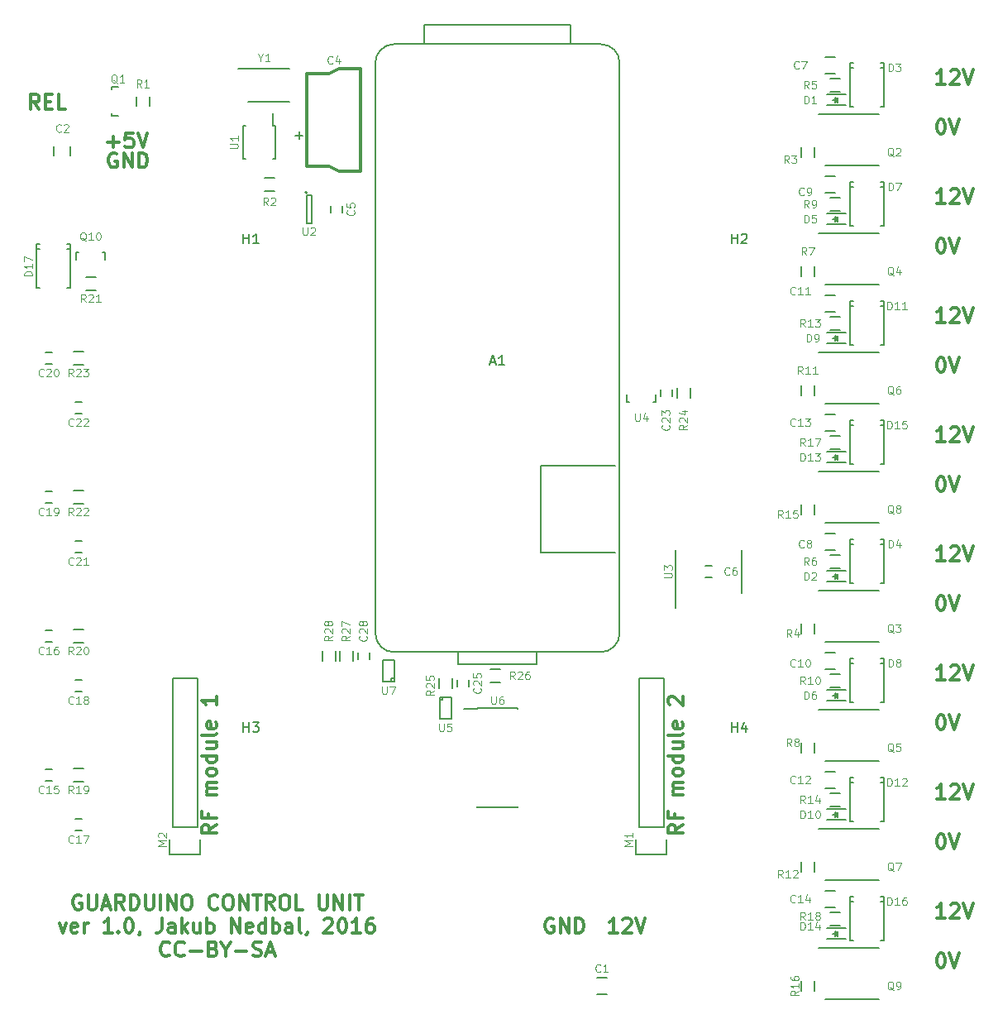
<source format=gto>
G04 #@! TF.FileFunction,Legend,Top*
%FSLAX46Y46*%
G04 Gerber Fmt 4.6, Leading zero omitted, Abs format (unit mm)*
G04 Created by KiCad (PCBNEW (2015-12-10 BZR 6367)-product) date Fri 14 Oct 2016 00:38:17 BST*
%MOMM*%
G01*
G04 APERTURE LIST*
%ADD10C,0.100000*%
%ADD11C,0.300000*%
%ADD12C,0.150000*%
%ADD13C,0.350000*%
%ADD14C,0.120000*%
G04 APERTURE END LIST*
D10*
D11*
X112438571Y-107707142D02*
X111724286Y-108207142D01*
X112438571Y-108564285D02*
X110938571Y-108564285D01*
X110938571Y-107992857D01*
X111010000Y-107849999D01*
X111081429Y-107778571D01*
X111224286Y-107707142D01*
X111438571Y-107707142D01*
X111581429Y-107778571D01*
X111652857Y-107849999D01*
X111724286Y-107992857D01*
X111724286Y-108564285D01*
X111652857Y-106564285D02*
X111652857Y-107064285D01*
X112438571Y-107064285D02*
X110938571Y-107064285D01*
X110938571Y-106349999D01*
X112438571Y-104635714D02*
X111438571Y-104635714D01*
X111581429Y-104635714D02*
X111510000Y-104564286D01*
X111438571Y-104421428D01*
X111438571Y-104207143D01*
X111510000Y-104064286D01*
X111652857Y-103992857D01*
X112438571Y-103992857D01*
X111652857Y-103992857D02*
X111510000Y-103921428D01*
X111438571Y-103778571D01*
X111438571Y-103564286D01*
X111510000Y-103421428D01*
X111652857Y-103350000D01*
X112438571Y-103350000D01*
X112438571Y-102421428D02*
X112367143Y-102564286D01*
X112295714Y-102635714D01*
X112152857Y-102707143D01*
X111724286Y-102707143D01*
X111581429Y-102635714D01*
X111510000Y-102564286D01*
X111438571Y-102421428D01*
X111438571Y-102207143D01*
X111510000Y-102064286D01*
X111581429Y-101992857D01*
X111724286Y-101921428D01*
X112152857Y-101921428D01*
X112295714Y-101992857D01*
X112367143Y-102064286D01*
X112438571Y-102207143D01*
X112438571Y-102421428D01*
X112438571Y-100635714D02*
X110938571Y-100635714D01*
X112367143Y-100635714D02*
X112438571Y-100778571D01*
X112438571Y-101064285D01*
X112367143Y-101207143D01*
X112295714Y-101278571D01*
X112152857Y-101350000D01*
X111724286Y-101350000D01*
X111581429Y-101278571D01*
X111510000Y-101207143D01*
X111438571Y-101064285D01*
X111438571Y-100778571D01*
X111510000Y-100635714D01*
X111438571Y-99278571D02*
X112438571Y-99278571D01*
X111438571Y-99921428D02*
X112224286Y-99921428D01*
X112367143Y-99850000D01*
X112438571Y-99707142D01*
X112438571Y-99492857D01*
X112367143Y-99350000D01*
X112295714Y-99278571D01*
X112438571Y-98349999D02*
X112367143Y-98492857D01*
X112224286Y-98564285D01*
X110938571Y-98564285D01*
X112367143Y-97207143D02*
X112438571Y-97350000D01*
X112438571Y-97635714D01*
X112367143Y-97778571D01*
X112224286Y-97850000D01*
X111652857Y-97850000D01*
X111510000Y-97778571D01*
X111438571Y-97635714D01*
X111438571Y-97350000D01*
X111510000Y-97207143D01*
X111652857Y-97135714D01*
X111795714Y-97135714D01*
X111938571Y-97850000D01*
X111081429Y-95421429D02*
X111010000Y-95350000D01*
X110938571Y-95207143D01*
X110938571Y-94850000D01*
X111010000Y-94707143D01*
X111081429Y-94635714D01*
X111224286Y-94564286D01*
X111367143Y-94564286D01*
X111581429Y-94635714D01*
X112438571Y-95492857D01*
X112438571Y-94564286D01*
X64686571Y-107707142D02*
X63972286Y-108207142D01*
X64686571Y-108564285D02*
X63186571Y-108564285D01*
X63186571Y-107992857D01*
X63258000Y-107849999D01*
X63329429Y-107778571D01*
X63472286Y-107707142D01*
X63686571Y-107707142D01*
X63829429Y-107778571D01*
X63900857Y-107849999D01*
X63972286Y-107992857D01*
X63972286Y-108564285D01*
X63900857Y-106564285D02*
X63900857Y-107064285D01*
X64686571Y-107064285D02*
X63186571Y-107064285D01*
X63186571Y-106349999D01*
X64686571Y-104635714D02*
X63686571Y-104635714D01*
X63829429Y-104635714D02*
X63758000Y-104564286D01*
X63686571Y-104421428D01*
X63686571Y-104207143D01*
X63758000Y-104064286D01*
X63900857Y-103992857D01*
X64686571Y-103992857D01*
X63900857Y-103992857D02*
X63758000Y-103921428D01*
X63686571Y-103778571D01*
X63686571Y-103564286D01*
X63758000Y-103421428D01*
X63900857Y-103350000D01*
X64686571Y-103350000D01*
X64686571Y-102421428D02*
X64615143Y-102564286D01*
X64543714Y-102635714D01*
X64400857Y-102707143D01*
X63972286Y-102707143D01*
X63829429Y-102635714D01*
X63758000Y-102564286D01*
X63686571Y-102421428D01*
X63686571Y-102207143D01*
X63758000Y-102064286D01*
X63829429Y-101992857D01*
X63972286Y-101921428D01*
X64400857Y-101921428D01*
X64543714Y-101992857D01*
X64615143Y-102064286D01*
X64686571Y-102207143D01*
X64686571Y-102421428D01*
X64686571Y-100635714D02*
X63186571Y-100635714D01*
X64615143Y-100635714D02*
X64686571Y-100778571D01*
X64686571Y-101064285D01*
X64615143Y-101207143D01*
X64543714Y-101278571D01*
X64400857Y-101350000D01*
X63972286Y-101350000D01*
X63829429Y-101278571D01*
X63758000Y-101207143D01*
X63686571Y-101064285D01*
X63686571Y-100778571D01*
X63758000Y-100635714D01*
X63686571Y-99278571D02*
X64686571Y-99278571D01*
X63686571Y-99921428D02*
X64472286Y-99921428D01*
X64615143Y-99850000D01*
X64686571Y-99707142D01*
X64686571Y-99492857D01*
X64615143Y-99350000D01*
X64543714Y-99278571D01*
X64686571Y-98349999D02*
X64615143Y-98492857D01*
X64472286Y-98564285D01*
X63186571Y-98564285D01*
X64615143Y-97207143D02*
X64686571Y-97350000D01*
X64686571Y-97635714D01*
X64615143Y-97778571D01*
X64472286Y-97850000D01*
X63900857Y-97850000D01*
X63758000Y-97778571D01*
X63686571Y-97635714D01*
X63686571Y-97350000D01*
X63758000Y-97207143D01*
X63900857Y-97135714D01*
X64043714Y-97135714D01*
X64186571Y-97850000D01*
X64686571Y-94564286D02*
X64686571Y-95421429D01*
X64686571Y-94992857D02*
X63186571Y-94992857D01*
X63400857Y-95135714D01*
X63543714Y-95278572D01*
X63615143Y-95421429D01*
X138818857Y-35500571D02*
X138961714Y-35500571D01*
X139104571Y-35572000D01*
X139176000Y-35643429D01*
X139247429Y-35786286D01*
X139318857Y-36072000D01*
X139318857Y-36429143D01*
X139247429Y-36714857D01*
X139176000Y-36857714D01*
X139104571Y-36929143D01*
X138961714Y-37000571D01*
X138818857Y-37000571D01*
X138676000Y-36929143D01*
X138604571Y-36857714D01*
X138533143Y-36714857D01*
X138461714Y-36429143D01*
X138461714Y-36072000D01*
X138533143Y-35786286D01*
X138604571Y-35643429D01*
X138676000Y-35572000D01*
X138818857Y-35500571D01*
X139747428Y-35500571D02*
X140247428Y-37000571D01*
X140747428Y-35500571D01*
X138818857Y-47692571D02*
X138961714Y-47692571D01*
X139104571Y-47764000D01*
X139176000Y-47835429D01*
X139247429Y-47978286D01*
X139318857Y-48264000D01*
X139318857Y-48621143D01*
X139247429Y-48906857D01*
X139176000Y-49049714D01*
X139104571Y-49121143D01*
X138961714Y-49192571D01*
X138818857Y-49192571D01*
X138676000Y-49121143D01*
X138604571Y-49049714D01*
X138533143Y-48906857D01*
X138461714Y-48621143D01*
X138461714Y-48264000D01*
X138533143Y-47978286D01*
X138604571Y-47835429D01*
X138676000Y-47764000D01*
X138818857Y-47692571D01*
X139747428Y-47692571D02*
X140247428Y-49192571D01*
X140747428Y-47692571D01*
X138818857Y-59884571D02*
X138961714Y-59884571D01*
X139104571Y-59956000D01*
X139176000Y-60027429D01*
X139247429Y-60170286D01*
X139318857Y-60456000D01*
X139318857Y-60813143D01*
X139247429Y-61098857D01*
X139176000Y-61241714D01*
X139104571Y-61313143D01*
X138961714Y-61384571D01*
X138818857Y-61384571D01*
X138676000Y-61313143D01*
X138604571Y-61241714D01*
X138533143Y-61098857D01*
X138461714Y-60813143D01*
X138461714Y-60456000D01*
X138533143Y-60170286D01*
X138604571Y-60027429D01*
X138676000Y-59956000D01*
X138818857Y-59884571D01*
X139747428Y-59884571D02*
X140247428Y-61384571D01*
X140747428Y-59884571D01*
X138818857Y-72076571D02*
X138961714Y-72076571D01*
X139104571Y-72148000D01*
X139176000Y-72219429D01*
X139247429Y-72362286D01*
X139318857Y-72648000D01*
X139318857Y-73005143D01*
X139247429Y-73290857D01*
X139176000Y-73433714D01*
X139104571Y-73505143D01*
X138961714Y-73576571D01*
X138818857Y-73576571D01*
X138676000Y-73505143D01*
X138604571Y-73433714D01*
X138533143Y-73290857D01*
X138461714Y-73005143D01*
X138461714Y-72648000D01*
X138533143Y-72362286D01*
X138604571Y-72219429D01*
X138676000Y-72148000D01*
X138818857Y-72076571D01*
X139747428Y-72076571D02*
X140247428Y-73576571D01*
X140747428Y-72076571D01*
X138818857Y-84268571D02*
X138961714Y-84268571D01*
X139104571Y-84340000D01*
X139176000Y-84411429D01*
X139247429Y-84554286D01*
X139318857Y-84840000D01*
X139318857Y-85197143D01*
X139247429Y-85482857D01*
X139176000Y-85625714D01*
X139104571Y-85697143D01*
X138961714Y-85768571D01*
X138818857Y-85768571D01*
X138676000Y-85697143D01*
X138604571Y-85625714D01*
X138533143Y-85482857D01*
X138461714Y-85197143D01*
X138461714Y-84840000D01*
X138533143Y-84554286D01*
X138604571Y-84411429D01*
X138676000Y-84340000D01*
X138818857Y-84268571D01*
X139747428Y-84268571D02*
X140247428Y-85768571D01*
X140747428Y-84268571D01*
X138818857Y-96460571D02*
X138961714Y-96460571D01*
X139104571Y-96532000D01*
X139176000Y-96603429D01*
X139247429Y-96746286D01*
X139318857Y-97032000D01*
X139318857Y-97389143D01*
X139247429Y-97674857D01*
X139176000Y-97817714D01*
X139104571Y-97889143D01*
X138961714Y-97960571D01*
X138818857Y-97960571D01*
X138676000Y-97889143D01*
X138604571Y-97817714D01*
X138533143Y-97674857D01*
X138461714Y-97389143D01*
X138461714Y-97032000D01*
X138533143Y-96746286D01*
X138604571Y-96603429D01*
X138676000Y-96532000D01*
X138818857Y-96460571D01*
X139747428Y-96460571D02*
X140247428Y-97960571D01*
X140747428Y-96460571D01*
X138818857Y-108652571D02*
X138961714Y-108652571D01*
X139104571Y-108724000D01*
X139176000Y-108795429D01*
X139247429Y-108938286D01*
X139318857Y-109224000D01*
X139318857Y-109581143D01*
X139247429Y-109866857D01*
X139176000Y-110009714D01*
X139104571Y-110081143D01*
X138961714Y-110152571D01*
X138818857Y-110152571D01*
X138676000Y-110081143D01*
X138604571Y-110009714D01*
X138533143Y-109866857D01*
X138461714Y-109581143D01*
X138461714Y-109224000D01*
X138533143Y-108938286D01*
X138604571Y-108795429D01*
X138676000Y-108724000D01*
X138818857Y-108652571D01*
X139747428Y-108652571D02*
X140247428Y-110152571D01*
X140747428Y-108652571D01*
X138818857Y-120844571D02*
X138961714Y-120844571D01*
X139104571Y-120916000D01*
X139176000Y-120987429D01*
X139247429Y-121130286D01*
X139318857Y-121416000D01*
X139318857Y-121773143D01*
X139247429Y-122058857D01*
X139176000Y-122201714D01*
X139104571Y-122273143D01*
X138961714Y-122344571D01*
X138818857Y-122344571D01*
X138676000Y-122273143D01*
X138604571Y-122201714D01*
X138533143Y-122058857D01*
X138461714Y-121773143D01*
X138461714Y-121416000D01*
X138533143Y-121130286D01*
X138604571Y-120987429D01*
X138676000Y-120916000D01*
X138818857Y-120844571D01*
X139747428Y-120844571D02*
X140247428Y-122344571D01*
X140747428Y-120844571D01*
X139318857Y-117264571D02*
X138461714Y-117264571D01*
X138890286Y-117264571D02*
X138890286Y-115764571D01*
X138747429Y-115978857D01*
X138604571Y-116121714D01*
X138461714Y-116193143D01*
X139890285Y-115907429D02*
X139961714Y-115836000D01*
X140104571Y-115764571D01*
X140461714Y-115764571D01*
X140604571Y-115836000D01*
X140676000Y-115907429D01*
X140747428Y-116050286D01*
X140747428Y-116193143D01*
X140676000Y-116407429D01*
X139818857Y-117264571D01*
X140747428Y-117264571D01*
X141175999Y-115764571D02*
X141675999Y-117264571D01*
X142175999Y-115764571D01*
X139318857Y-105072571D02*
X138461714Y-105072571D01*
X138890286Y-105072571D02*
X138890286Y-103572571D01*
X138747429Y-103786857D01*
X138604571Y-103929714D01*
X138461714Y-104001143D01*
X139890285Y-103715429D02*
X139961714Y-103644000D01*
X140104571Y-103572571D01*
X140461714Y-103572571D01*
X140604571Y-103644000D01*
X140676000Y-103715429D01*
X140747428Y-103858286D01*
X140747428Y-104001143D01*
X140676000Y-104215429D01*
X139818857Y-105072571D01*
X140747428Y-105072571D01*
X141175999Y-103572571D02*
X141675999Y-105072571D01*
X142175999Y-103572571D01*
X139318857Y-92880571D02*
X138461714Y-92880571D01*
X138890286Y-92880571D02*
X138890286Y-91380571D01*
X138747429Y-91594857D01*
X138604571Y-91737714D01*
X138461714Y-91809143D01*
X139890285Y-91523429D02*
X139961714Y-91452000D01*
X140104571Y-91380571D01*
X140461714Y-91380571D01*
X140604571Y-91452000D01*
X140676000Y-91523429D01*
X140747428Y-91666286D01*
X140747428Y-91809143D01*
X140676000Y-92023429D01*
X139818857Y-92880571D01*
X140747428Y-92880571D01*
X141175999Y-91380571D02*
X141675999Y-92880571D01*
X142175999Y-91380571D01*
X139318857Y-80688571D02*
X138461714Y-80688571D01*
X138890286Y-80688571D02*
X138890286Y-79188571D01*
X138747429Y-79402857D01*
X138604571Y-79545714D01*
X138461714Y-79617143D01*
X139890285Y-79331429D02*
X139961714Y-79260000D01*
X140104571Y-79188571D01*
X140461714Y-79188571D01*
X140604571Y-79260000D01*
X140676000Y-79331429D01*
X140747428Y-79474286D01*
X140747428Y-79617143D01*
X140676000Y-79831429D01*
X139818857Y-80688571D01*
X140747428Y-80688571D01*
X141175999Y-79188571D02*
X141675999Y-80688571D01*
X142175999Y-79188571D01*
X139318857Y-68496571D02*
X138461714Y-68496571D01*
X138890286Y-68496571D02*
X138890286Y-66996571D01*
X138747429Y-67210857D01*
X138604571Y-67353714D01*
X138461714Y-67425143D01*
X139890285Y-67139429D02*
X139961714Y-67068000D01*
X140104571Y-66996571D01*
X140461714Y-66996571D01*
X140604571Y-67068000D01*
X140676000Y-67139429D01*
X140747428Y-67282286D01*
X140747428Y-67425143D01*
X140676000Y-67639429D01*
X139818857Y-68496571D01*
X140747428Y-68496571D01*
X141175999Y-66996571D02*
X141675999Y-68496571D01*
X142175999Y-66996571D01*
X139318857Y-56304571D02*
X138461714Y-56304571D01*
X138890286Y-56304571D02*
X138890286Y-54804571D01*
X138747429Y-55018857D01*
X138604571Y-55161714D01*
X138461714Y-55233143D01*
X139890285Y-54947429D02*
X139961714Y-54876000D01*
X140104571Y-54804571D01*
X140461714Y-54804571D01*
X140604571Y-54876000D01*
X140676000Y-54947429D01*
X140747428Y-55090286D01*
X140747428Y-55233143D01*
X140676000Y-55447429D01*
X139818857Y-56304571D01*
X140747428Y-56304571D01*
X141175999Y-54804571D02*
X141675999Y-56304571D01*
X142175999Y-54804571D01*
X139318857Y-44112571D02*
X138461714Y-44112571D01*
X138890286Y-44112571D02*
X138890286Y-42612571D01*
X138747429Y-42826857D01*
X138604571Y-42969714D01*
X138461714Y-43041143D01*
X139890285Y-42755429D02*
X139961714Y-42684000D01*
X140104571Y-42612571D01*
X140461714Y-42612571D01*
X140604571Y-42684000D01*
X140676000Y-42755429D01*
X140747428Y-42898286D01*
X140747428Y-43041143D01*
X140676000Y-43255429D01*
X139818857Y-44112571D01*
X140747428Y-44112571D01*
X141175999Y-42612571D02*
X141675999Y-44112571D01*
X142175999Y-42612571D01*
X139318857Y-31920571D02*
X138461714Y-31920571D01*
X138890286Y-31920571D02*
X138890286Y-30420571D01*
X138747429Y-30634857D01*
X138604571Y-30777714D01*
X138461714Y-30849143D01*
X139890285Y-30563429D02*
X139961714Y-30492000D01*
X140104571Y-30420571D01*
X140461714Y-30420571D01*
X140604571Y-30492000D01*
X140676000Y-30563429D01*
X140747428Y-30706286D01*
X140747428Y-30849143D01*
X140676000Y-31063429D01*
X139818857Y-31920571D01*
X140747428Y-31920571D01*
X141175999Y-30420571D02*
X141675999Y-31920571D01*
X142175999Y-30420571D01*
X99187143Y-117360000D02*
X99044286Y-117288571D01*
X98830000Y-117288571D01*
X98615715Y-117360000D01*
X98472857Y-117502857D01*
X98401429Y-117645714D01*
X98330000Y-117931429D01*
X98330000Y-118145714D01*
X98401429Y-118431429D01*
X98472857Y-118574286D01*
X98615715Y-118717143D01*
X98830000Y-118788571D01*
X98972857Y-118788571D01*
X99187143Y-118717143D01*
X99258572Y-118645714D01*
X99258572Y-118145714D01*
X98972857Y-118145714D01*
X99901429Y-118788571D02*
X99901429Y-117288571D01*
X100758572Y-118788571D01*
X100758572Y-117288571D01*
X101472858Y-118788571D02*
X101472858Y-117288571D01*
X101830001Y-117288571D01*
X102044286Y-117360000D01*
X102187144Y-117502857D01*
X102258572Y-117645714D01*
X102330001Y-117931429D01*
X102330001Y-118145714D01*
X102258572Y-118431429D01*
X102187144Y-118574286D01*
X102044286Y-118717143D01*
X101830001Y-118788571D01*
X101472858Y-118788571D01*
X105751429Y-118788571D02*
X104894286Y-118788571D01*
X105322858Y-118788571D02*
X105322858Y-117288571D01*
X105180001Y-117502857D01*
X105037143Y-117645714D01*
X104894286Y-117717143D01*
X106322857Y-117431429D02*
X106394286Y-117360000D01*
X106537143Y-117288571D01*
X106894286Y-117288571D01*
X107037143Y-117360000D01*
X107108572Y-117431429D01*
X107180000Y-117574286D01*
X107180000Y-117717143D01*
X107108572Y-117931429D01*
X106251429Y-118788571D01*
X107180000Y-118788571D01*
X107608571Y-117288571D02*
X108108571Y-118788571D01*
X108608571Y-117288571D01*
X54482857Y-39001000D02*
X54340000Y-38929571D01*
X54125714Y-38929571D01*
X53911429Y-39001000D01*
X53768571Y-39143857D01*
X53697143Y-39286714D01*
X53625714Y-39572429D01*
X53625714Y-39786714D01*
X53697143Y-40072429D01*
X53768571Y-40215286D01*
X53911429Y-40358143D01*
X54125714Y-40429571D01*
X54268571Y-40429571D01*
X54482857Y-40358143D01*
X54554286Y-40286714D01*
X54554286Y-39786714D01*
X54268571Y-39786714D01*
X55197143Y-40429571D02*
X55197143Y-38929571D01*
X56054286Y-40429571D01*
X56054286Y-38929571D01*
X56768572Y-40429571D02*
X56768572Y-38929571D01*
X57125715Y-38929571D01*
X57340000Y-39001000D01*
X57482858Y-39143857D01*
X57554286Y-39286714D01*
X57625715Y-39572429D01*
X57625715Y-39786714D01*
X57554286Y-40072429D01*
X57482858Y-40215286D01*
X57340000Y-40358143D01*
X57125715Y-40429571D01*
X56768572Y-40429571D01*
X53570143Y-37826143D02*
X54713000Y-37826143D01*
X54141571Y-38397571D02*
X54141571Y-37254714D01*
X56141572Y-36897571D02*
X55427286Y-36897571D01*
X55355857Y-37611857D01*
X55427286Y-37540429D01*
X55570143Y-37469000D01*
X55927286Y-37469000D01*
X56070143Y-37540429D01*
X56141572Y-37611857D01*
X56213000Y-37754714D01*
X56213000Y-38111857D01*
X56141572Y-38254714D01*
X56070143Y-38326143D01*
X55927286Y-38397571D01*
X55570143Y-38397571D01*
X55427286Y-38326143D01*
X55355857Y-38254714D01*
X56641571Y-36897571D02*
X57141571Y-38397571D01*
X57641571Y-36897571D01*
X46545857Y-34460571D02*
X46045857Y-33746286D01*
X45688714Y-34460571D02*
X45688714Y-32960571D01*
X46260142Y-32960571D01*
X46403000Y-33032000D01*
X46474428Y-33103429D01*
X46545857Y-33246286D01*
X46545857Y-33460571D01*
X46474428Y-33603429D01*
X46403000Y-33674857D01*
X46260142Y-33746286D01*
X45688714Y-33746286D01*
X47188714Y-33674857D02*
X47688714Y-33674857D01*
X47903000Y-34460571D02*
X47188714Y-34460571D01*
X47188714Y-32960571D01*
X47903000Y-32960571D01*
X49260143Y-34460571D02*
X48545857Y-34460571D01*
X48545857Y-32960571D01*
X50841427Y-114960000D02*
X50698570Y-114888571D01*
X50484284Y-114888571D01*
X50269999Y-114960000D01*
X50127141Y-115102857D01*
X50055713Y-115245714D01*
X49984284Y-115531429D01*
X49984284Y-115745714D01*
X50055713Y-116031429D01*
X50127141Y-116174286D01*
X50269999Y-116317143D01*
X50484284Y-116388571D01*
X50627141Y-116388571D01*
X50841427Y-116317143D01*
X50912856Y-116245714D01*
X50912856Y-115745714D01*
X50627141Y-115745714D01*
X51555713Y-114888571D02*
X51555713Y-116102857D01*
X51627141Y-116245714D01*
X51698570Y-116317143D01*
X51841427Y-116388571D01*
X52127141Y-116388571D01*
X52269999Y-116317143D01*
X52341427Y-116245714D01*
X52412856Y-116102857D01*
X52412856Y-114888571D01*
X53055713Y-115960000D02*
X53769999Y-115960000D01*
X52912856Y-116388571D02*
X53412856Y-114888571D01*
X53912856Y-116388571D01*
X55269999Y-116388571D02*
X54769999Y-115674286D01*
X54412856Y-116388571D02*
X54412856Y-114888571D01*
X54984284Y-114888571D01*
X55127142Y-114960000D01*
X55198570Y-115031429D01*
X55269999Y-115174286D01*
X55269999Y-115388571D01*
X55198570Y-115531429D01*
X55127142Y-115602857D01*
X54984284Y-115674286D01*
X54412856Y-115674286D01*
X55912856Y-116388571D02*
X55912856Y-114888571D01*
X56269999Y-114888571D01*
X56484284Y-114960000D01*
X56627142Y-115102857D01*
X56698570Y-115245714D01*
X56769999Y-115531429D01*
X56769999Y-115745714D01*
X56698570Y-116031429D01*
X56627142Y-116174286D01*
X56484284Y-116317143D01*
X56269999Y-116388571D01*
X55912856Y-116388571D01*
X57412856Y-114888571D02*
X57412856Y-116102857D01*
X57484284Y-116245714D01*
X57555713Y-116317143D01*
X57698570Y-116388571D01*
X57984284Y-116388571D01*
X58127142Y-116317143D01*
X58198570Y-116245714D01*
X58269999Y-116102857D01*
X58269999Y-114888571D01*
X58984285Y-116388571D02*
X58984285Y-114888571D01*
X59698571Y-116388571D02*
X59698571Y-114888571D01*
X60555714Y-116388571D01*
X60555714Y-114888571D01*
X61555714Y-114888571D02*
X61841428Y-114888571D01*
X61984286Y-114960000D01*
X62127143Y-115102857D01*
X62198571Y-115388571D01*
X62198571Y-115888571D01*
X62127143Y-116174286D01*
X61984286Y-116317143D01*
X61841428Y-116388571D01*
X61555714Y-116388571D01*
X61412857Y-116317143D01*
X61270000Y-116174286D01*
X61198571Y-115888571D01*
X61198571Y-115388571D01*
X61270000Y-115102857D01*
X61412857Y-114960000D01*
X61555714Y-114888571D01*
X64841429Y-116245714D02*
X64770000Y-116317143D01*
X64555714Y-116388571D01*
X64412857Y-116388571D01*
X64198572Y-116317143D01*
X64055714Y-116174286D01*
X63984286Y-116031429D01*
X63912857Y-115745714D01*
X63912857Y-115531429D01*
X63984286Y-115245714D01*
X64055714Y-115102857D01*
X64198572Y-114960000D01*
X64412857Y-114888571D01*
X64555714Y-114888571D01*
X64770000Y-114960000D01*
X64841429Y-115031429D01*
X65770000Y-114888571D02*
X66055714Y-114888571D01*
X66198572Y-114960000D01*
X66341429Y-115102857D01*
X66412857Y-115388571D01*
X66412857Y-115888571D01*
X66341429Y-116174286D01*
X66198572Y-116317143D01*
X66055714Y-116388571D01*
X65770000Y-116388571D01*
X65627143Y-116317143D01*
X65484286Y-116174286D01*
X65412857Y-115888571D01*
X65412857Y-115388571D01*
X65484286Y-115102857D01*
X65627143Y-114960000D01*
X65770000Y-114888571D01*
X67055715Y-116388571D02*
X67055715Y-114888571D01*
X67912858Y-116388571D01*
X67912858Y-114888571D01*
X68412858Y-114888571D02*
X69270001Y-114888571D01*
X68841430Y-116388571D02*
X68841430Y-114888571D01*
X70627144Y-116388571D02*
X70127144Y-115674286D01*
X69770001Y-116388571D02*
X69770001Y-114888571D01*
X70341429Y-114888571D01*
X70484287Y-114960000D01*
X70555715Y-115031429D01*
X70627144Y-115174286D01*
X70627144Y-115388571D01*
X70555715Y-115531429D01*
X70484287Y-115602857D01*
X70341429Y-115674286D01*
X69770001Y-115674286D01*
X71555715Y-114888571D02*
X71841429Y-114888571D01*
X71984287Y-114960000D01*
X72127144Y-115102857D01*
X72198572Y-115388571D01*
X72198572Y-115888571D01*
X72127144Y-116174286D01*
X71984287Y-116317143D01*
X71841429Y-116388571D01*
X71555715Y-116388571D01*
X71412858Y-116317143D01*
X71270001Y-116174286D01*
X71198572Y-115888571D01*
X71198572Y-115388571D01*
X71270001Y-115102857D01*
X71412858Y-114960000D01*
X71555715Y-114888571D01*
X73555716Y-116388571D02*
X72841430Y-116388571D01*
X72841430Y-114888571D01*
X75198573Y-114888571D02*
X75198573Y-116102857D01*
X75270001Y-116245714D01*
X75341430Y-116317143D01*
X75484287Y-116388571D01*
X75770001Y-116388571D01*
X75912859Y-116317143D01*
X75984287Y-116245714D01*
X76055716Y-116102857D01*
X76055716Y-114888571D01*
X76770002Y-116388571D02*
X76770002Y-114888571D01*
X77627145Y-116388571D01*
X77627145Y-114888571D01*
X78341431Y-116388571D02*
X78341431Y-114888571D01*
X78841431Y-114888571D02*
X79698574Y-114888571D01*
X79270003Y-116388571D02*
X79270003Y-114888571D01*
X48591430Y-117788571D02*
X48948573Y-118788571D01*
X49305715Y-117788571D01*
X50448572Y-118717143D02*
X50305715Y-118788571D01*
X50020001Y-118788571D01*
X49877144Y-118717143D01*
X49805715Y-118574286D01*
X49805715Y-118002857D01*
X49877144Y-117860000D01*
X50020001Y-117788571D01*
X50305715Y-117788571D01*
X50448572Y-117860000D01*
X50520001Y-118002857D01*
X50520001Y-118145714D01*
X49805715Y-118288571D01*
X51162858Y-118788571D02*
X51162858Y-117788571D01*
X51162858Y-118074286D02*
X51234286Y-117931429D01*
X51305715Y-117860000D01*
X51448572Y-117788571D01*
X51591429Y-117788571D01*
X54020000Y-118788571D02*
X53162857Y-118788571D01*
X53591429Y-118788571D02*
X53591429Y-117288571D01*
X53448572Y-117502857D01*
X53305714Y-117645714D01*
X53162857Y-117717143D01*
X54662857Y-118645714D02*
X54734285Y-118717143D01*
X54662857Y-118788571D01*
X54591428Y-118717143D01*
X54662857Y-118645714D01*
X54662857Y-118788571D01*
X55662857Y-117288571D02*
X55805714Y-117288571D01*
X55948571Y-117360000D01*
X56020000Y-117431429D01*
X56091429Y-117574286D01*
X56162857Y-117860000D01*
X56162857Y-118217143D01*
X56091429Y-118502857D01*
X56020000Y-118645714D01*
X55948571Y-118717143D01*
X55805714Y-118788571D01*
X55662857Y-118788571D01*
X55520000Y-118717143D01*
X55448571Y-118645714D01*
X55377143Y-118502857D01*
X55305714Y-118217143D01*
X55305714Y-117860000D01*
X55377143Y-117574286D01*
X55448571Y-117431429D01*
X55520000Y-117360000D01*
X55662857Y-117288571D01*
X56877142Y-118717143D02*
X56877142Y-118788571D01*
X56805714Y-118931429D01*
X56734285Y-119002857D01*
X59091428Y-117288571D02*
X59091428Y-118360000D01*
X59020000Y-118574286D01*
X58877143Y-118717143D01*
X58662857Y-118788571D01*
X58520000Y-118788571D01*
X60448571Y-118788571D02*
X60448571Y-118002857D01*
X60377142Y-117860000D01*
X60234285Y-117788571D01*
X59948571Y-117788571D01*
X59805714Y-117860000D01*
X60448571Y-118717143D02*
X60305714Y-118788571D01*
X59948571Y-118788571D01*
X59805714Y-118717143D01*
X59734285Y-118574286D01*
X59734285Y-118431429D01*
X59805714Y-118288571D01*
X59948571Y-118217143D01*
X60305714Y-118217143D01*
X60448571Y-118145714D01*
X61162857Y-118788571D02*
X61162857Y-117288571D01*
X61305714Y-118217143D02*
X61734285Y-118788571D01*
X61734285Y-117788571D02*
X61162857Y-118360000D01*
X63020000Y-117788571D02*
X63020000Y-118788571D01*
X62377143Y-117788571D02*
X62377143Y-118574286D01*
X62448571Y-118717143D01*
X62591429Y-118788571D01*
X62805714Y-118788571D01*
X62948571Y-118717143D01*
X63020000Y-118645714D01*
X63734286Y-118788571D02*
X63734286Y-117288571D01*
X63734286Y-117860000D02*
X63877143Y-117788571D01*
X64162857Y-117788571D01*
X64305714Y-117860000D01*
X64377143Y-117931429D01*
X64448572Y-118074286D01*
X64448572Y-118502857D01*
X64377143Y-118645714D01*
X64305714Y-118717143D01*
X64162857Y-118788571D01*
X63877143Y-118788571D01*
X63734286Y-118717143D01*
X66234286Y-118788571D02*
X66234286Y-117288571D01*
X67091429Y-118788571D01*
X67091429Y-117288571D01*
X68377143Y-118717143D02*
X68234286Y-118788571D01*
X67948572Y-118788571D01*
X67805715Y-118717143D01*
X67734286Y-118574286D01*
X67734286Y-118002857D01*
X67805715Y-117860000D01*
X67948572Y-117788571D01*
X68234286Y-117788571D01*
X68377143Y-117860000D01*
X68448572Y-118002857D01*
X68448572Y-118145714D01*
X67734286Y-118288571D01*
X69734286Y-118788571D02*
X69734286Y-117288571D01*
X69734286Y-118717143D02*
X69591429Y-118788571D01*
X69305715Y-118788571D01*
X69162857Y-118717143D01*
X69091429Y-118645714D01*
X69020000Y-118502857D01*
X69020000Y-118074286D01*
X69091429Y-117931429D01*
X69162857Y-117860000D01*
X69305715Y-117788571D01*
X69591429Y-117788571D01*
X69734286Y-117860000D01*
X70448572Y-118788571D02*
X70448572Y-117288571D01*
X70448572Y-117860000D02*
X70591429Y-117788571D01*
X70877143Y-117788571D01*
X71020000Y-117860000D01*
X71091429Y-117931429D01*
X71162858Y-118074286D01*
X71162858Y-118502857D01*
X71091429Y-118645714D01*
X71020000Y-118717143D01*
X70877143Y-118788571D01*
X70591429Y-118788571D01*
X70448572Y-118717143D01*
X72448572Y-118788571D02*
X72448572Y-118002857D01*
X72377143Y-117860000D01*
X72234286Y-117788571D01*
X71948572Y-117788571D01*
X71805715Y-117860000D01*
X72448572Y-118717143D02*
X72305715Y-118788571D01*
X71948572Y-118788571D01*
X71805715Y-118717143D01*
X71734286Y-118574286D01*
X71734286Y-118431429D01*
X71805715Y-118288571D01*
X71948572Y-118217143D01*
X72305715Y-118217143D01*
X72448572Y-118145714D01*
X73377144Y-118788571D02*
X73234286Y-118717143D01*
X73162858Y-118574286D01*
X73162858Y-117288571D01*
X74020000Y-118717143D02*
X74020000Y-118788571D01*
X73948572Y-118931429D01*
X73877143Y-119002857D01*
X75734286Y-117431429D02*
X75805715Y-117360000D01*
X75948572Y-117288571D01*
X76305715Y-117288571D01*
X76448572Y-117360000D01*
X76520001Y-117431429D01*
X76591429Y-117574286D01*
X76591429Y-117717143D01*
X76520001Y-117931429D01*
X75662858Y-118788571D01*
X76591429Y-118788571D01*
X77520000Y-117288571D02*
X77662857Y-117288571D01*
X77805714Y-117360000D01*
X77877143Y-117431429D01*
X77948572Y-117574286D01*
X78020000Y-117860000D01*
X78020000Y-118217143D01*
X77948572Y-118502857D01*
X77877143Y-118645714D01*
X77805714Y-118717143D01*
X77662857Y-118788571D01*
X77520000Y-118788571D01*
X77377143Y-118717143D01*
X77305714Y-118645714D01*
X77234286Y-118502857D01*
X77162857Y-118217143D01*
X77162857Y-117860000D01*
X77234286Y-117574286D01*
X77305714Y-117431429D01*
X77377143Y-117360000D01*
X77520000Y-117288571D01*
X79448571Y-118788571D02*
X78591428Y-118788571D01*
X79020000Y-118788571D02*
X79020000Y-117288571D01*
X78877143Y-117502857D01*
X78734285Y-117645714D01*
X78591428Y-117717143D01*
X80734285Y-117288571D02*
X80448571Y-117288571D01*
X80305714Y-117360000D01*
X80234285Y-117431429D01*
X80091428Y-117645714D01*
X80019999Y-117931429D01*
X80019999Y-118502857D01*
X80091428Y-118645714D01*
X80162856Y-118717143D01*
X80305714Y-118788571D01*
X80591428Y-118788571D01*
X80734285Y-118717143D01*
X80805714Y-118645714D01*
X80877142Y-118502857D01*
X80877142Y-118145714D01*
X80805714Y-118002857D01*
X80734285Y-117931429D01*
X80591428Y-117860000D01*
X80305714Y-117860000D01*
X80162856Y-117931429D01*
X80091428Y-118002857D01*
X80019999Y-118145714D01*
X59877144Y-121045714D02*
X59805715Y-121117143D01*
X59591429Y-121188571D01*
X59448572Y-121188571D01*
X59234287Y-121117143D01*
X59091429Y-120974286D01*
X59020001Y-120831429D01*
X58948572Y-120545714D01*
X58948572Y-120331429D01*
X59020001Y-120045714D01*
X59091429Y-119902857D01*
X59234287Y-119760000D01*
X59448572Y-119688571D01*
X59591429Y-119688571D01*
X59805715Y-119760000D01*
X59877144Y-119831429D01*
X61377144Y-121045714D02*
X61305715Y-121117143D01*
X61091429Y-121188571D01*
X60948572Y-121188571D01*
X60734287Y-121117143D01*
X60591429Y-120974286D01*
X60520001Y-120831429D01*
X60448572Y-120545714D01*
X60448572Y-120331429D01*
X60520001Y-120045714D01*
X60591429Y-119902857D01*
X60734287Y-119760000D01*
X60948572Y-119688571D01*
X61091429Y-119688571D01*
X61305715Y-119760000D01*
X61377144Y-119831429D01*
X62020001Y-120617143D02*
X63162858Y-120617143D01*
X64377144Y-120402857D02*
X64591430Y-120474286D01*
X64662858Y-120545714D01*
X64734287Y-120688571D01*
X64734287Y-120902857D01*
X64662858Y-121045714D01*
X64591430Y-121117143D01*
X64448572Y-121188571D01*
X63877144Y-121188571D01*
X63877144Y-119688571D01*
X64377144Y-119688571D01*
X64520001Y-119760000D01*
X64591430Y-119831429D01*
X64662858Y-119974286D01*
X64662858Y-120117143D01*
X64591430Y-120260000D01*
X64520001Y-120331429D01*
X64377144Y-120402857D01*
X63877144Y-120402857D01*
X65662858Y-120474286D02*
X65662858Y-121188571D01*
X65162858Y-119688571D02*
X65662858Y-120474286D01*
X66162858Y-119688571D01*
X66662858Y-120617143D02*
X67805715Y-120617143D01*
X68448572Y-121117143D02*
X68662858Y-121188571D01*
X69020001Y-121188571D01*
X69162858Y-121117143D01*
X69234287Y-121045714D01*
X69305715Y-120902857D01*
X69305715Y-120760000D01*
X69234287Y-120617143D01*
X69162858Y-120545714D01*
X69020001Y-120474286D01*
X68734287Y-120402857D01*
X68591429Y-120331429D01*
X68520001Y-120260000D01*
X68448572Y-120117143D01*
X68448572Y-119974286D01*
X68520001Y-119831429D01*
X68591429Y-119760000D01*
X68734287Y-119688571D01*
X69091429Y-119688571D01*
X69305715Y-119760000D01*
X69877143Y-120760000D02*
X70591429Y-120760000D01*
X69734286Y-121188571D02*
X70234286Y-119688571D01*
X70734286Y-121188571D01*
D12*
X127516000Y-55713000D02*
X128516000Y-55713000D01*
X128516000Y-57063000D02*
X127516000Y-57063000D01*
X125897000Y-62746000D02*
X125897000Y-63746000D01*
X124547000Y-63746000D02*
X124547000Y-62746000D01*
X126344000Y-59376000D02*
X132544000Y-59376000D01*
X127044000Y-64576000D02*
X132544000Y-64576000D01*
X129567940Y-54588860D02*
X129918460Y-54588860D01*
X133068060Y-54588860D02*
X132717540Y-54588860D01*
X129567940Y-58638440D02*
X129918460Y-58638440D01*
X129567940Y-54137560D02*
X129918460Y-54137560D01*
X133068060Y-54137560D02*
X132717540Y-54137560D01*
X133068060Y-58638440D02*
X132717540Y-58638440D01*
X129567940Y-54137560D02*
X129567940Y-58638440D01*
X133068060Y-54137560D02*
X133068060Y-58638440D01*
X129116000Y-57362000D02*
X127216000Y-57362000D01*
X129116000Y-58462000D02*
X127216000Y-58462000D01*
X128216000Y-57912000D02*
X127766000Y-57912000D01*
X128266000Y-58162000D02*
X128266000Y-57662000D01*
X128266000Y-57912000D02*
X128016000Y-58162000D01*
X128016000Y-58162000D02*
X128016000Y-57662000D01*
X128016000Y-57662000D02*
X128266000Y-57912000D01*
X127008000Y-55206000D02*
X128008000Y-55206000D01*
X128008000Y-53506000D02*
X127008000Y-53506000D01*
X127008000Y-103974000D02*
X128008000Y-103974000D01*
X128008000Y-102274000D02*
X127008000Y-102274000D01*
X129116000Y-106130000D02*
X127216000Y-106130000D01*
X129116000Y-107230000D02*
X127216000Y-107230000D01*
X128216000Y-106680000D02*
X127766000Y-106680000D01*
X128266000Y-106930000D02*
X128266000Y-106430000D01*
X128266000Y-106680000D02*
X128016000Y-106930000D01*
X128016000Y-106930000D02*
X128016000Y-106430000D01*
X128016000Y-106430000D02*
X128266000Y-106680000D01*
X129567940Y-103356860D02*
X129918460Y-103356860D01*
X133068060Y-103356860D02*
X132717540Y-103356860D01*
X129567940Y-107406440D02*
X129918460Y-107406440D01*
X129567940Y-102905560D02*
X129918460Y-102905560D01*
X133068060Y-102905560D02*
X132717540Y-102905560D01*
X133068060Y-107406440D02*
X132717540Y-107406440D01*
X129567940Y-102905560D02*
X129567940Y-107406440D01*
X133068060Y-102905560D02*
X133068060Y-107406440D01*
X126344000Y-108144000D02*
X132544000Y-108144000D01*
X127044000Y-113344000D02*
X132544000Y-113344000D01*
X125897000Y-111514000D02*
X125897000Y-112514000D01*
X124547000Y-112514000D02*
X124547000Y-111514000D01*
X127516000Y-104481000D02*
X128516000Y-104481000D01*
X128516000Y-105831000D02*
X127516000Y-105831000D01*
X127516000Y-116673000D02*
X128516000Y-116673000D01*
X128516000Y-118023000D02*
X127516000Y-118023000D01*
X125897000Y-123706000D02*
X125897000Y-124706000D01*
X124547000Y-124706000D02*
X124547000Y-123706000D01*
X126344000Y-120336000D02*
X132544000Y-120336000D01*
X127044000Y-125536000D02*
X132544000Y-125536000D01*
X129567940Y-115548860D02*
X129918460Y-115548860D01*
X133068060Y-115548860D02*
X132717540Y-115548860D01*
X129567940Y-119598440D02*
X129918460Y-119598440D01*
X129567940Y-115097560D02*
X129918460Y-115097560D01*
X133068060Y-115097560D02*
X132717540Y-115097560D01*
X133068060Y-119598440D02*
X132717540Y-119598440D01*
X129567940Y-115097560D02*
X129567940Y-119598440D01*
X133068060Y-115097560D02*
X133068060Y-119598440D01*
X129116000Y-118322000D02*
X127216000Y-118322000D01*
X129116000Y-119422000D02*
X127216000Y-119422000D01*
X128216000Y-118872000D02*
X127766000Y-118872000D01*
X128266000Y-119122000D02*
X128266000Y-118622000D01*
X128266000Y-118872000D02*
X128016000Y-119122000D01*
X128016000Y-119122000D02*
X128016000Y-118622000D01*
X128016000Y-118622000D02*
X128266000Y-118872000D01*
X127008000Y-116166000D02*
X128008000Y-116166000D01*
X128008000Y-114466000D02*
X127008000Y-114466000D01*
X127008000Y-67398000D02*
X128008000Y-67398000D01*
X128008000Y-65698000D02*
X127008000Y-65698000D01*
X129116000Y-69554000D02*
X127216000Y-69554000D01*
X129116000Y-70654000D02*
X127216000Y-70654000D01*
X128216000Y-70104000D02*
X127766000Y-70104000D01*
X128266000Y-70354000D02*
X128266000Y-69854000D01*
X128266000Y-70104000D02*
X128016000Y-70354000D01*
X128016000Y-70354000D02*
X128016000Y-69854000D01*
X128016000Y-69854000D02*
X128266000Y-70104000D01*
X129567940Y-66780860D02*
X129918460Y-66780860D01*
X133068060Y-66780860D02*
X132717540Y-66780860D01*
X129567940Y-70830440D02*
X129918460Y-70830440D01*
X129567940Y-66329560D02*
X129918460Y-66329560D01*
X133068060Y-66329560D02*
X132717540Y-66329560D01*
X133068060Y-70830440D02*
X132717540Y-70830440D01*
X129567940Y-66329560D02*
X129567940Y-70830440D01*
X133068060Y-66329560D02*
X133068060Y-70830440D01*
X126344000Y-71568000D02*
X132544000Y-71568000D01*
X127044000Y-76768000D02*
X132544000Y-76768000D01*
X125897000Y-74938000D02*
X125897000Y-75938000D01*
X124547000Y-75938000D02*
X124547000Y-74938000D01*
X127516000Y-67905000D02*
X128516000Y-67905000D01*
X128516000Y-69255000D02*
X127516000Y-69255000D01*
X127516000Y-43521000D02*
X128516000Y-43521000D01*
X128516000Y-44871000D02*
X127516000Y-44871000D01*
X125897000Y-50554000D02*
X125897000Y-51554000D01*
X124547000Y-51554000D02*
X124547000Y-50554000D01*
X126344000Y-47184000D02*
X132544000Y-47184000D01*
X127044000Y-52384000D02*
X132544000Y-52384000D01*
X129567940Y-42396860D02*
X129918460Y-42396860D01*
X133068060Y-42396860D02*
X132717540Y-42396860D01*
X129567940Y-46446440D02*
X129918460Y-46446440D01*
X129567940Y-41945560D02*
X129918460Y-41945560D01*
X133068060Y-41945560D02*
X132717540Y-41945560D01*
X133068060Y-46446440D02*
X132717540Y-46446440D01*
X129567940Y-41945560D02*
X129567940Y-46446440D01*
X133068060Y-41945560D02*
X133068060Y-46446440D01*
X129116000Y-45170000D02*
X127216000Y-45170000D01*
X129116000Y-46270000D02*
X127216000Y-46270000D01*
X128216000Y-45720000D02*
X127766000Y-45720000D01*
X128266000Y-45970000D02*
X128266000Y-45470000D01*
X128266000Y-45720000D02*
X128016000Y-45970000D01*
X128016000Y-45970000D02*
X128016000Y-45470000D01*
X128016000Y-45470000D02*
X128266000Y-45720000D01*
X127008000Y-43014000D02*
X128008000Y-43014000D01*
X128008000Y-41314000D02*
X127008000Y-41314000D01*
X127008000Y-91782000D02*
X128008000Y-91782000D01*
X128008000Y-90082000D02*
X127008000Y-90082000D01*
X129116000Y-93938000D02*
X127216000Y-93938000D01*
X129116000Y-95038000D02*
X127216000Y-95038000D01*
X128216000Y-94488000D02*
X127766000Y-94488000D01*
X128266000Y-94738000D02*
X128266000Y-94238000D01*
X128266000Y-94488000D02*
X128016000Y-94738000D01*
X128016000Y-94738000D02*
X128016000Y-94238000D01*
X128016000Y-94238000D02*
X128266000Y-94488000D01*
X129567940Y-91164860D02*
X129918460Y-91164860D01*
X133068060Y-91164860D02*
X132717540Y-91164860D01*
X129567940Y-95214440D02*
X129918460Y-95214440D01*
X129567940Y-90713560D02*
X129918460Y-90713560D01*
X133068060Y-90713560D02*
X132717540Y-90713560D01*
X133068060Y-95214440D02*
X132717540Y-95214440D01*
X129567940Y-90713560D02*
X129567940Y-95214440D01*
X133068060Y-90713560D02*
X133068060Y-95214440D01*
X126344000Y-95952000D02*
X132544000Y-95952000D01*
X127044000Y-101152000D02*
X132544000Y-101152000D01*
X125897000Y-99322000D02*
X125897000Y-100322000D01*
X124547000Y-100322000D02*
X124547000Y-99322000D01*
X127516000Y-92289000D02*
X128516000Y-92289000D01*
X128516000Y-93639000D02*
X127516000Y-93639000D01*
X127516000Y-80097000D02*
X128516000Y-80097000D01*
X128516000Y-81447000D02*
X127516000Y-81447000D01*
X125897000Y-87130000D02*
X125897000Y-88130000D01*
X124547000Y-88130000D02*
X124547000Y-87130000D01*
X126344000Y-83760000D02*
X132544000Y-83760000D01*
X127044000Y-88960000D02*
X132544000Y-88960000D01*
X129567940Y-78972860D02*
X129918460Y-78972860D01*
X133068060Y-78972860D02*
X132717540Y-78972860D01*
X129567940Y-83022440D02*
X129918460Y-83022440D01*
X129567940Y-78521560D02*
X129918460Y-78521560D01*
X133068060Y-78521560D02*
X132717540Y-78521560D01*
X133068060Y-83022440D02*
X132717540Y-83022440D01*
X129567940Y-78521560D02*
X129567940Y-83022440D01*
X133068060Y-78521560D02*
X133068060Y-83022440D01*
X129116000Y-81746000D02*
X127216000Y-81746000D01*
X129116000Y-82846000D02*
X127216000Y-82846000D01*
X128216000Y-82296000D02*
X127766000Y-82296000D01*
X128266000Y-82546000D02*
X128266000Y-82046000D01*
X128266000Y-82296000D02*
X128016000Y-82546000D01*
X128016000Y-82546000D02*
X128016000Y-82046000D01*
X128016000Y-82046000D02*
X128266000Y-82296000D01*
X127008000Y-79590000D02*
X128008000Y-79590000D01*
X128008000Y-77890000D02*
X127008000Y-77890000D01*
X103640000Y-125056000D02*
X104640000Y-125056000D01*
X104640000Y-123356000D02*
X103640000Y-123356000D01*
X49745000Y-39235000D02*
X49745000Y-38235000D01*
X48045000Y-38235000D02*
X48045000Y-39235000D01*
X76362000Y-45054000D02*
X76362000Y-44354000D01*
X77562000Y-44354000D02*
X77562000Y-45054000D01*
X114712000Y-81188000D02*
X115412000Y-81188000D01*
X115412000Y-82388000D02*
X114712000Y-82388000D01*
X127008000Y-30822000D02*
X128008000Y-30822000D01*
X128008000Y-29122000D02*
X127008000Y-29122000D01*
X47848000Y-60544000D02*
X47148000Y-60544000D01*
X47148000Y-59344000D02*
X47848000Y-59344000D01*
X47848000Y-74768000D02*
X47148000Y-74768000D01*
X47148000Y-73568000D02*
X47848000Y-73568000D01*
X50896000Y-65624000D02*
X50196000Y-65624000D01*
X50196000Y-64424000D02*
X50896000Y-64424000D01*
X50896000Y-79848000D02*
X50196000Y-79848000D01*
X50196000Y-78648000D02*
X50896000Y-78648000D01*
X47848000Y-88992000D02*
X47148000Y-88992000D01*
X47148000Y-87792000D02*
X47848000Y-87792000D01*
X47848000Y-103216000D02*
X47148000Y-103216000D01*
X47148000Y-102016000D02*
X47848000Y-102016000D01*
X50896000Y-94072000D02*
X50196000Y-94072000D01*
X50196000Y-92872000D02*
X50896000Y-92872000D01*
X50896000Y-108296000D02*
X50196000Y-108296000D01*
X50196000Y-107096000D02*
X50896000Y-107096000D01*
X111344000Y-63150000D02*
X111344000Y-63850000D01*
X110144000Y-63850000D02*
X110144000Y-63150000D01*
X90516000Y-92868000D02*
X90516000Y-93568000D01*
X89316000Y-93568000D02*
X89316000Y-92868000D01*
X80356000Y-90074000D02*
X80356000Y-90774000D01*
X79156000Y-90774000D02*
X79156000Y-90074000D01*
X129116000Y-32978000D02*
X127216000Y-32978000D01*
X129116000Y-34078000D02*
X127216000Y-34078000D01*
X128216000Y-33528000D02*
X127766000Y-33528000D01*
X128266000Y-33778000D02*
X128266000Y-33278000D01*
X128266000Y-33528000D02*
X128016000Y-33778000D01*
X128016000Y-33778000D02*
X128016000Y-33278000D01*
X128016000Y-33278000D02*
X128266000Y-33528000D01*
X129567940Y-30204860D02*
X129918460Y-30204860D01*
X133068060Y-30204860D02*
X132717540Y-30204860D01*
X129567940Y-34254440D02*
X129918460Y-34254440D01*
X129567940Y-29753560D02*
X129918460Y-29753560D01*
X133068060Y-29753560D02*
X132717540Y-29753560D01*
X133068060Y-34254440D02*
X132717540Y-34254440D01*
X129567940Y-29753560D02*
X129567940Y-34254440D01*
X133068060Y-29753560D02*
X133068060Y-34254440D01*
X110490000Y-107950000D02*
X110490000Y-92710000D01*
X110490000Y-92710000D02*
X107950000Y-92710000D01*
X107950000Y-92710000D02*
X107950000Y-107950000D01*
X110770000Y-110770000D02*
X110770000Y-109220000D01*
X110490000Y-107950000D02*
X107950000Y-107950000D01*
X107670000Y-109220000D02*
X107670000Y-110770000D01*
X107670000Y-110770000D02*
X110770000Y-110770000D01*
X62738000Y-107950000D02*
X62738000Y-92710000D01*
X62738000Y-92710000D02*
X60198000Y-92710000D01*
X60198000Y-92710000D02*
X60198000Y-107950000D01*
X63018000Y-110770000D02*
X63018000Y-109220000D01*
X62738000Y-107950000D02*
X60198000Y-107950000D01*
X59918000Y-109220000D02*
X59918000Y-110770000D01*
X59918000Y-110770000D02*
X63018000Y-110770000D01*
X53959760Y-32355840D02*
X53959760Y-32404100D01*
X54660800Y-35154820D02*
X53959760Y-35154820D01*
X53959760Y-35154820D02*
X53959760Y-34905900D01*
X53959760Y-32355840D02*
X53959760Y-32155180D01*
X53959760Y-32155180D02*
X54660800Y-32155180D01*
X126344000Y-34992000D02*
X132544000Y-34992000D01*
X127044000Y-40192000D02*
X132544000Y-40192000D01*
X53115160Y-49133760D02*
X53066900Y-49133760D01*
X50316180Y-49834800D02*
X50316180Y-49133760D01*
X50316180Y-49133760D02*
X50565100Y-49133760D01*
X53115160Y-49133760D02*
X53315820Y-49133760D01*
X53315820Y-49133760D02*
X53315820Y-49834800D01*
X57825000Y-33155000D02*
X57825000Y-34155000D01*
X56475000Y-34155000D02*
X56475000Y-33155000D01*
X69604000Y-41489000D02*
X70604000Y-41489000D01*
X70604000Y-42839000D02*
X69604000Y-42839000D01*
X125897000Y-38362000D02*
X125897000Y-39362000D01*
X124547000Y-39362000D02*
X124547000Y-38362000D01*
X127516000Y-31329000D02*
X128516000Y-31329000D01*
X128516000Y-32679000D02*
X127516000Y-32679000D01*
X51046000Y-60619000D02*
X50046000Y-60619000D01*
X50046000Y-59269000D02*
X51046000Y-59269000D01*
X51046000Y-74843000D02*
X50046000Y-74843000D01*
X50046000Y-73493000D02*
X51046000Y-73493000D01*
X51316000Y-51649000D02*
X52316000Y-51649000D01*
X52316000Y-52999000D02*
X51316000Y-52999000D01*
X51046000Y-89067000D02*
X50046000Y-89067000D01*
X50046000Y-87717000D02*
X51046000Y-87717000D01*
X51046000Y-103291000D02*
X50046000Y-103291000D01*
X50046000Y-101941000D02*
X51046000Y-101941000D01*
X113197000Y-63000000D02*
X113197000Y-64000000D01*
X111847000Y-64000000D02*
X111847000Y-63000000D01*
X87463000Y-93718000D02*
X87463000Y-92718000D01*
X88813000Y-92718000D02*
X88813000Y-93718000D01*
X93718000Y-93131000D02*
X92718000Y-93131000D01*
X92718000Y-91781000D02*
X93718000Y-91781000D01*
X77303000Y-90924000D02*
X77303000Y-89924000D01*
X78653000Y-89924000D02*
X78653000Y-90924000D01*
X75525000Y-90924000D02*
X75525000Y-89924000D01*
X76875000Y-89924000D02*
X76875000Y-90924000D01*
X70763000Y-36171000D02*
X70513000Y-36171000D01*
X70763000Y-39521000D02*
X70513000Y-39521000D01*
X67413000Y-39521000D02*
X67663000Y-39521000D01*
X67413000Y-36171000D02*
X67663000Y-36171000D01*
X70763000Y-36171000D02*
X70763000Y-39521000D01*
X67413000Y-36171000D02*
X67413000Y-39521000D01*
X70513000Y-36171000D02*
X70513000Y-34921000D01*
X73968000Y-43004000D02*
G75*
G03X73968000Y-43004000I-100000J0D01*
G01*
X74418000Y-43254000D02*
X73918000Y-43254000D01*
X74418000Y-46154000D02*
X74418000Y-43254000D01*
X73918000Y-46154000D02*
X74418000Y-46154000D01*
X73918000Y-43254000D02*
X73918000Y-46154000D01*
X118437000Y-84013000D02*
X118437000Y-79563000D01*
X111687000Y-85538000D02*
X111687000Y-79563000D01*
X106904840Y-64404240D02*
X106953100Y-64404240D01*
X109703820Y-63703200D02*
X109703820Y-64404240D01*
X109703820Y-64404240D02*
X109454900Y-64404240D01*
X106904840Y-64404240D02*
X106704180Y-64404240D01*
X106704180Y-64404240D02*
X106704180Y-63703200D01*
X87838000Y-94658000D02*
X87838000Y-94958000D01*
X87838000Y-94958000D02*
X87538000Y-94958000D01*
X88738000Y-96858000D02*
X88738000Y-94658000D01*
X88738000Y-94658000D02*
X87538000Y-94658000D01*
X87538000Y-94658000D02*
X87538000Y-96858000D01*
X87538000Y-96858000D02*
X88738000Y-96858000D01*
X91397000Y-95763000D02*
X91397000Y-95868000D01*
X95547000Y-95763000D02*
X95547000Y-95868000D01*
X95547000Y-105913000D02*
X95547000Y-105808000D01*
X91397000Y-105913000D02*
X91397000Y-105808000D01*
X91397000Y-95763000D02*
X95547000Y-95763000D01*
X91397000Y-105913000D02*
X95547000Y-105913000D01*
X91397000Y-95868000D02*
X90022000Y-95868000D01*
X82596000Y-93048000D02*
X82596000Y-92748000D01*
X82596000Y-92748000D02*
X82896000Y-92748000D01*
X81696000Y-90848000D02*
X81696000Y-93048000D01*
X81696000Y-93048000D02*
X82896000Y-93048000D01*
X82896000Y-93048000D02*
X82896000Y-90848000D01*
X82896000Y-90848000D02*
X81696000Y-90848000D01*
X72196000Y-33704000D02*
X67896000Y-33704000D01*
X66946000Y-30304000D02*
X72196000Y-30304000D01*
X97917000Y-79883000D02*
X97917000Y-70993000D01*
X97917000Y-70993000D02*
X105537000Y-70993000D01*
X97917000Y-79883000D02*
X105537000Y-79883000D01*
X97472000Y-91313000D02*
X97472000Y-90043000D01*
X89472000Y-91313000D02*
X89472000Y-90043000D01*
X97472000Y-91313000D02*
X89472000Y-91313000D01*
X85972000Y-25813000D02*
X85972000Y-27813000D01*
X100972000Y-25813000D02*
X100972000Y-27813000D01*
X100972000Y-25813000D02*
X85972000Y-25813000D01*
X105972000Y-29718000D02*
G75*
G03X104067000Y-27813000I-1905000J0D01*
G01*
X105972000Y-88138000D02*
X105972000Y-29718000D01*
X104067000Y-90043000D02*
G75*
G03X105972000Y-88138000I0J1905000D01*
G01*
X80972000Y-88138000D02*
G75*
G03X82877000Y-90043000I1905000J0D01*
G01*
X82877000Y-27813000D02*
G75*
G03X80972000Y-29718000I0J-1905000D01*
G01*
X80972000Y-88138000D02*
X80972000Y-29718000D01*
X104067000Y-90043000D02*
X82877000Y-90043000D01*
X104067000Y-27813000D02*
X82877000Y-27813000D01*
X46255940Y-48746860D02*
X46606460Y-48746860D01*
X49756060Y-48746860D02*
X49405540Y-48746860D01*
X46255940Y-52796440D02*
X46606460Y-52796440D01*
X46255940Y-48295560D02*
X46606460Y-48295560D01*
X49756060Y-48295560D02*
X49405540Y-48295560D01*
X49756060Y-52796440D02*
X49405540Y-52796440D01*
X46255940Y-48295560D02*
X46255940Y-52796440D01*
X49756060Y-48295560D02*
X49756060Y-52796440D01*
D13*
X77216000Y-30310000D02*
X79458000Y-30310000D01*
X76200000Y-30810000D02*
X77216000Y-30310000D01*
X73958000Y-30810000D02*
X76200000Y-30810000D01*
X73958000Y-40310000D02*
X76200000Y-40310000D01*
X76200000Y-40310000D02*
X77216000Y-40810000D01*
X77216000Y-40810000D02*
X79458000Y-40810000D01*
X73958000Y-30810000D02*
X73958000Y-40310000D01*
X79458000Y-40810000D02*
X79458000Y-30310000D01*
D14*
X124961714Y-56749905D02*
X124695047Y-56368952D01*
X124504571Y-56749905D02*
X124504571Y-55949905D01*
X124809333Y-55949905D01*
X124885524Y-55988000D01*
X124923619Y-56026095D01*
X124961714Y-56102286D01*
X124961714Y-56216571D01*
X124923619Y-56292762D01*
X124885524Y-56330857D01*
X124809333Y-56368952D01*
X124504571Y-56368952D01*
X125723619Y-56749905D02*
X125266476Y-56749905D01*
X125495047Y-56749905D02*
X125495047Y-55949905D01*
X125418857Y-56064190D01*
X125342666Y-56140381D01*
X125266476Y-56178476D01*
X125990286Y-55949905D02*
X126485524Y-55949905D01*
X126218857Y-56254667D01*
X126333143Y-56254667D01*
X126409333Y-56292762D01*
X126447429Y-56330857D01*
X126485524Y-56407048D01*
X126485524Y-56597524D01*
X126447429Y-56673714D01*
X126409333Y-56711810D01*
X126333143Y-56749905D01*
X126104571Y-56749905D01*
X126028381Y-56711810D01*
X125990286Y-56673714D01*
X124707714Y-61575905D02*
X124441047Y-61194952D01*
X124250571Y-61575905D02*
X124250571Y-60775905D01*
X124555333Y-60775905D01*
X124631524Y-60814000D01*
X124669619Y-60852095D01*
X124707714Y-60928286D01*
X124707714Y-61042571D01*
X124669619Y-61118762D01*
X124631524Y-61156857D01*
X124555333Y-61194952D01*
X124250571Y-61194952D01*
X125469619Y-61575905D02*
X125012476Y-61575905D01*
X125241047Y-61575905D02*
X125241047Y-60775905D01*
X125164857Y-60890190D01*
X125088666Y-60966381D01*
X125012476Y-61004476D01*
X126231524Y-61575905D02*
X125774381Y-61575905D01*
X126002952Y-61575905D02*
X126002952Y-60775905D01*
X125926762Y-60890190D01*
X125850571Y-60966381D01*
X125774381Y-61004476D01*
X134035810Y-63684095D02*
X133959619Y-63646000D01*
X133883429Y-63569810D01*
X133769143Y-63455524D01*
X133692952Y-63417429D01*
X133616762Y-63417429D01*
X133654857Y-63607905D02*
X133578667Y-63569810D01*
X133502476Y-63493619D01*
X133464381Y-63341238D01*
X133464381Y-63074571D01*
X133502476Y-62922190D01*
X133578667Y-62846000D01*
X133654857Y-62807905D01*
X133807238Y-62807905D01*
X133883429Y-62846000D01*
X133959619Y-62922190D01*
X133997714Y-63074571D01*
X133997714Y-63341238D01*
X133959619Y-63493619D01*
X133883429Y-63569810D01*
X133807238Y-63607905D01*
X133654857Y-63607905D01*
X134683428Y-62807905D02*
X134531047Y-62807905D01*
X134454857Y-62846000D01*
X134416762Y-62884095D01*
X134340571Y-62998381D01*
X134302476Y-63150762D01*
X134302476Y-63455524D01*
X134340571Y-63531714D01*
X134378666Y-63569810D01*
X134454857Y-63607905D01*
X134607238Y-63607905D01*
X134683428Y-63569810D01*
X134721524Y-63531714D01*
X134759619Y-63455524D01*
X134759619Y-63265048D01*
X134721524Y-63188857D01*
X134683428Y-63150762D01*
X134607238Y-63112667D01*
X134454857Y-63112667D01*
X134378666Y-63150762D01*
X134340571Y-63188857D01*
X134302476Y-63265048D01*
X133394571Y-54971905D02*
X133394571Y-54171905D01*
X133585047Y-54171905D01*
X133699333Y-54210000D01*
X133775524Y-54286190D01*
X133813619Y-54362381D01*
X133851714Y-54514762D01*
X133851714Y-54629048D01*
X133813619Y-54781429D01*
X133775524Y-54857619D01*
X133699333Y-54933810D01*
X133585047Y-54971905D01*
X133394571Y-54971905D01*
X134613619Y-54971905D02*
X134156476Y-54971905D01*
X134385047Y-54971905D02*
X134385047Y-54171905D01*
X134308857Y-54286190D01*
X134232666Y-54362381D01*
X134156476Y-54400476D01*
X135375524Y-54971905D02*
X134918381Y-54971905D01*
X135146952Y-54971905D02*
X135146952Y-54171905D01*
X135070762Y-54286190D01*
X134994571Y-54362381D01*
X134918381Y-54400476D01*
X125139524Y-58273905D02*
X125139524Y-57473905D01*
X125330000Y-57473905D01*
X125444286Y-57512000D01*
X125520477Y-57588190D01*
X125558572Y-57664381D01*
X125596667Y-57816762D01*
X125596667Y-57931048D01*
X125558572Y-58083429D01*
X125520477Y-58159619D01*
X125444286Y-58235810D01*
X125330000Y-58273905D01*
X125139524Y-58273905D01*
X125977619Y-58273905D02*
X126130000Y-58273905D01*
X126206191Y-58235810D01*
X126244286Y-58197714D01*
X126320477Y-58083429D01*
X126358572Y-57931048D01*
X126358572Y-57626286D01*
X126320477Y-57550095D01*
X126282381Y-57512000D01*
X126206191Y-57473905D01*
X126053810Y-57473905D01*
X125977619Y-57512000D01*
X125939524Y-57550095D01*
X125901429Y-57626286D01*
X125901429Y-57816762D01*
X125939524Y-57892952D01*
X125977619Y-57931048D01*
X126053810Y-57969143D01*
X126206191Y-57969143D01*
X126282381Y-57931048D01*
X126320477Y-57892952D01*
X126358572Y-57816762D01*
X123945714Y-53371714D02*
X123907619Y-53409810D01*
X123793333Y-53447905D01*
X123717143Y-53447905D01*
X123602857Y-53409810D01*
X123526666Y-53333619D01*
X123488571Y-53257429D01*
X123450476Y-53105048D01*
X123450476Y-52990762D01*
X123488571Y-52838381D01*
X123526666Y-52762190D01*
X123602857Y-52686000D01*
X123717143Y-52647905D01*
X123793333Y-52647905D01*
X123907619Y-52686000D01*
X123945714Y-52724095D01*
X124707619Y-53447905D02*
X124250476Y-53447905D01*
X124479047Y-53447905D02*
X124479047Y-52647905D01*
X124402857Y-52762190D01*
X124326666Y-52838381D01*
X124250476Y-52876476D01*
X125469524Y-53447905D02*
X125012381Y-53447905D01*
X125240952Y-53447905D02*
X125240952Y-52647905D01*
X125164762Y-52762190D01*
X125088571Y-52838381D01*
X125012381Y-52876476D01*
X123945714Y-103409714D02*
X123907619Y-103447810D01*
X123793333Y-103485905D01*
X123717143Y-103485905D01*
X123602857Y-103447810D01*
X123526666Y-103371619D01*
X123488571Y-103295429D01*
X123450476Y-103143048D01*
X123450476Y-103028762D01*
X123488571Y-102876381D01*
X123526666Y-102800190D01*
X123602857Y-102724000D01*
X123717143Y-102685905D01*
X123793333Y-102685905D01*
X123907619Y-102724000D01*
X123945714Y-102762095D01*
X124707619Y-103485905D02*
X124250476Y-103485905D01*
X124479047Y-103485905D02*
X124479047Y-102685905D01*
X124402857Y-102800190D01*
X124326666Y-102876381D01*
X124250476Y-102914476D01*
X125012381Y-102762095D02*
X125050476Y-102724000D01*
X125126667Y-102685905D01*
X125317143Y-102685905D01*
X125393333Y-102724000D01*
X125431429Y-102762095D01*
X125469524Y-102838286D01*
X125469524Y-102914476D01*
X125431429Y-103028762D01*
X124974286Y-103485905D01*
X125469524Y-103485905D01*
X124504571Y-107041905D02*
X124504571Y-106241905D01*
X124695047Y-106241905D01*
X124809333Y-106280000D01*
X124885524Y-106356190D01*
X124923619Y-106432381D01*
X124961714Y-106584762D01*
X124961714Y-106699048D01*
X124923619Y-106851429D01*
X124885524Y-106927619D01*
X124809333Y-107003810D01*
X124695047Y-107041905D01*
X124504571Y-107041905D01*
X125723619Y-107041905D02*
X125266476Y-107041905D01*
X125495047Y-107041905D02*
X125495047Y-106241905D01*
X125418857Y-106356190D01*
X125342666Y-106432381D01*
X125266476Y-106470476D01*
X126218857Y-106241905D02*
X126295048Y-106241905D01*
X126371238Y-106280000D01*
X126409333Y-106318095D01*
X126447429Y-106394286D01*
X126485524Y-106546667D01*
X126485524Y-106737143D01*
X126447429Y-106889524D01*
X126409333Y-106965714D01*
X126371238Y-107003810D01*
X126295048Y-107041905D01*
X126218857Y-107041905D01*
X126142667Y-107003810D01*
X126104571Y-106965714D01*
X126066476Y-106889524D01*
X126028381Y-106737143D01*
X126028381Y-106546667D01*
X126066476Y-106394286D01*
X126104571Y-106318095D01*
X126142667Y-106280000D01*
X126218857Y-106241905D01*
X133394571Y-103739905D02*
X133394571Y-102939905D01*
X133585047Y-102939905D01*
X133699333Y-102978000D01*
X133775524Y-103054190D01*
X133813619Y-103130381D01*
X133851714Y-103282762D01*
X133851714Y-103397048D01*
X133813619Y-103549429D01*
X133775524Y-103625619D01*
X133699333Y-103701810D01*
X133585047Y-103739905D01*
X133394571Y-103739905D01*
X134613619Y-103739905D02*
X134156476Y-103739905D01*
X134385047Y-103739905D02*
X134385047Y-102939905D01*
X134308857Y-103054190D01*
X134232666Y-103130381D01*
X134156476Y-103168476D01*
X134918381Y-103016095D02*
X134956476Y-102978000D01*
X135032667Y-102939905D01*
X135223143Y-102939905D01*
X135299333Y-102978000D01*
X135337429Y-103016095D01*
X135375524Y-103092286D01*
X135375524Y-103168476D01*
X135337429Y-103282762D01*
X134880286Y-103739905D01*
X135375524Y-103739905D01*
X134035810Y-112452095D02*
X133959619Y-112414000D01*
X133883429Y-112337810D01*
X133769143Y-112223524D01*
X133692952Y-112185429D01*
X133616762Y-112185429D01*
X133654857Y-112375905D02*
X133578667Y-112337810D01*
X133502476Y-112261619D01*
X133464381Y-112109238D01*
X133464381Y-111842571D01*
X133502476Y-111690190D01*
X133578667Y-111614000D01*
X133654857Y-111575905D01*
X133807238Y-111575905D01*
X133883429Y-111614000D01*
X133959619Y-111690190D01*
X133997714Y-111842571D01*
X133997714Y-112109238D01*
X133959619Y-112261619D01*
X133883429Y-112337810D01*
X133807238Y-112375905D01*
X133654857Y-112375905D01*
X134264381Y-111575905D02*
X134797714Y-111575905D01*
X134454857Y-112375905D01*
X122675714Y-113137905D02*
X122409047Y-112756952D01*
X122218571Y-113137905D02*
X122218571Y-112337905D01*
X122523333Y-112337905D01*
X122599524Y-112376000D01*
X122637619Y-112414095D01*
X122675714Y-112490286D01*
X122675714Y-112604571D01*
X122637619Y-112680762D01*
X122599524Y-112718857D01*
X122523333Y-112756952D01*
X122218571Y-112756952D01*
X123437619Y-113137905D02*
X122980476Y-113137905D01*
X123209047Y-113137905D02*
X123209047Y-112337905D01*
X123132857Y-112452190D01*
X123056666Y-112528381D01*
X122980476Y-112566476D01*
X123742381Y-112414095D02*
X123780476Y-112376000D01*
X123856667Y-112337905D01*
X124047143Y-112337905D01*
X124123333Y-112376000D01*
X124161429Y-112414095D01*
X124199524Y-112490286D01*
X124199524Y-112566476D01*
X124161429Y-112680762D01*
X123704286Y-113137905D01*
X124199524Y-113137905D01*
X124961714Y-105517905D02*
X124695047Y-105136952D01*
X124504571Y-105517905D02*
X124504571Y-104717905D01*
X124809333Y-104717905D01*
X124885524Y-104756000D01*
X124923619Y-104794095D01*
X124961714Y-104870286D01*
X124961714Y-104984571D01*
X124923619Y-105060762D01*
X124885524Y-105098857D01*
X124809333Y-105136952D01*
X124504571Y-105136952D01*
X125723619Y-105517905D02*
X125266476Y-105517905D01*
X125495047Y-105517905D02*
X125495047Y-104717905D01*
X125418857Y-104832190D01*
X125342666Y-104908381D01*
X125266476Y-104946476D01*
X126409333Y-104984571D02*
X126409333Y-105517905D01*
X126218857Y-104679810D02*
X126028381Y-105251238D01*
X126523619Y-105251238D01*
X124961714Y-117455905D02*
X124695047Y-117074952D01*
X124504571Y-117455905D02*
X124504571Y-116655905D01*
X124809333Y-116655905D01*
X124885524Y-116694000D01*
X124923619Y-116732095D01*
X124961714Y-116808286D01*
X124961714Y-116922571D01*
X124923619Y-116998762D01*
X124885524Y-117036857D01*
X124809333Y-117074952D01*
X124504571Y-117074952D01*
X125723619Y-117455905D02*
X125266476Y-117455905D01*
X125495047Y-117455905D02*
X125495047Y-116655905D01*
X125418857Y-116770190D01*
X125342666Y-116846381D01*
X125266476Y-116884476D01*
X126180762Y-116998762D02*
X126104571Y-116960667D01*
X126066476Y-116922571D01*
X126028381Y-116846381D01*
X126028381Y-116808286D01*
X126066476Y-116732095D01*
X126104571Y-116694000D01*
X126180762Y-116655905D01*
X126333143Y-116655905D01*
X126409333Y-116694000D01*
X126447429Y-116732095D01*
X126485524Y-116808286D01*
X126485524Y-116846381D01*
X126447429Y-116922571D01*
X126409333Y-116960667D01*
X126333143Y-116998762D01*
X126180762Y-116998762D01*
X126104571Y-117036857D01*
X126066476Y-117074952D01*
X126028381Y-117151143D01*
X126028381Y-117303524D01*
X126066476Y-117379714D01*
X126104571Y-117417810D01*
X126180762Y-117455905D01*
X126333143Y-117455905D01*
X126409333Y-117417810D01*
X126447429Y-117379714D01*
X126485524Y-117303524D01*
X126485524Y-117151143D01*
X126447429Y-117074952D01*
X126409333Y-117036857D01*
X126333143Y-116998762D01*
X124313905Y-124720286D02*
X123932952Y-124986953D01*
X124313905Y-125177429D02*
X123513905Y-125177429D01*
X123513905Y-124872667D01*
X123552000Y-124796476D01*
X123590095Y-124758381D01*
X123666286Y-124720286D01*
X123780571Y-124720286D01*
X123856762Y-124758381D01*
X123894857Y-124796476D01*
X123932952Y-124872667D01*
X123932952Y-125177429D01*
X124313905Y-123958381D02*
X124313905Y-124415524D01*
X124313905Y-124186953D02*
X123513905Y-124186953D01*
X123628190Y-124263143D01*
X123704381Y-124339334D01*
X123742476Y-124415524D01*
X123513905Y-123272667D02*
X123513905Y-123425048D01*
X123552000Y-123501238D01*
X123590095Y-123539333D01*
X123704381Y-123615524D01*
X123856762Y-123653619D01*
X124161524Y-123653619D01*
X124237714Y-123615524D01*
X124275810Y-123577429D01*
X124313905Y-123501238D01*
X124313905Y-123348857D01*
X124275810Y-123272667D01*
X124237714Y-123234571D01*
X124161524Y-123196476D01*
X123971048Y-123196476D01*
X123894857Y-123234571D01*
X123856762Y-123272667D01*
X123818667Y-123348857D01*
X123818667Y-123501238D01*
X123856762Y-123577429D01*
X123894857Y-123615524D01*
X123971048Y-123653619D01*
X134035810Y-124644095D02*
X133959619Y-124606000D01*
X133883429Y-124529810D01*
X133769143Y-124415524D01*
X133692952Y-124377429D01*
X133616762Y-124377429D01*
X133654857Y-124567905D02*
X133578667Y-124529810D01*
X133502476Y-124453619D01*
X133464381Y-124301238D01*
X133464381Y-124034571D01*
X133502476Y-123882190D01*
X133578667Y-123806000D01*
X133654857Y-123767905D01*
X133807238Y-123767905D01*
X133883429Y-123806000D01*
X133959619Y-123882190D01*
X133997714Y-124034571D01*
X133997714Y-124301238D01*
X133959619Y-124453619D01*
X133883429Y-124529810D01*
X133807238Y-124567905D01*
X133654857Y-124567905D01*
X134378666Y-124567905D02*
X134531047Y-124567905D01*
X134607238Y-124529810D01*
X134645333Y-124491714D01*
X134721524Y-124377429D01*
X134759619Y-124225048D01*
X134759619Y-123920286D01*
X134721524Y-123844095D01*
X134683428Y-123806000D01*
X134607238Y-123767905D01*
X134454857Y-123767905D01*
X134378666Y-123806000D01*
X134340571Y-123844095D01*
X134302476Y-123920286D01*
X134302476Y-124110762D01*
X134340571Y-124186952D01*
X134378666Y-124225048D01*
X134454857Y-124263143D01*
X134607238Y-124263143D01*
X134683428Y-124225048D01*
X134721524Y-124186952D01*
X134759619Y-124110762D01*
X133394571Y-115931905D02*
X133394571Y-115131905D01*
X133585047Y-115131905D01*
X133699333Y-115170000D01*
X133775524Y-115246190D01*
X133813619Y-115322381D01*
X133851714Y-115474762D01*
X133851714Y-115589048D01*
X133813619Y-115741429D01*
X133775524Y-115817619D01*
X133699333Y-115893810D01*
X133585047Y-115931905D01*
X133394571Y-115931905D01*
X134613619Y-115931905D02*
X134156476Y-115931905D01*
X134385047Y-115931905D02*
X134385047Y-115131905D01*
X134308857Y-115246190D01*
X134232666Y-115322381D01*
X134156476Y-115360476D01*
X135299333Y-115131905D02*
X135146952Y-115131905D01*
X135070762Y-115170000D01*
X135032667Y-115208095D01*
X134956476Y-115322381D01*
X134918381Y-115474762D01*
X134918381Y-115779524D01*
X134956476Y-115855714D01*
X134994571Y-115893810D01*
X135070762Y-115931905D01*
X135223143Y-115931905D01*
X135299333Y-115893810D01*
X135337429Y-115855714D01*
X135375524Y-115779524D01*
X135375524Y-115589048D01*
X135337429Y-115512857D01*
X135299333Y-115474762D01*
X135223143Y-115436667D01*
X135070762Y-115436667D01*
X134994571Y-115474762D01*
X134956476Y-115512857D01*
X134918381Y-115589048D01*
X124504571Y-118471905D02*
X124504571Y-117671905D01*
X124695047Y-117671905D01*
X124809333Y-117710000D01*
X124885524Y-117786190D01*
X124923619Y-117862381D01*
X124961714Y-118014762D01*
X124961714Y-118129048D01*
X124923619Y-118281429D01*
X124885524Y-118357619D01*
X124809333Y-118433810D01*
X124695047Y-118471905D01*
X124504571Y-118471905D01*
X125723619Y-118471905D02*
X125266476Y-118471905D01*
X125495047Y-118471905D02*
X125495047Y-117671905D01*
X125418857Y-117786190D01*
X125342666Y-117862381D01*
X125266476Y-117900476D01*
X126409333Y-117938571D02*
X126409333Y-118471905D01*
X126218857Y-117633810D02*
X126028381Y-118205238D01*
X126523619Y-118205238D01*
X123945714Y-115601714D02*
X123907619Y-115639810D01*
X123793333Y-115677905D01*
X123717143Y-115677905D01*
X123602857Y-115639810D01*
X123526666Y-115563619D01*
X123488571Y-115487429D01*
X123450476Y-115335048D01*
X123450476Y-115220762D01*
X123488571Y-115068381D01*
X123526666Y-114992190D01*
X123602857Y-114916000D01*
X123717143Y-114877905D01*
X123793333Y-114877905D01*
X123907619Y-114916000D01*
X123945714Y-114954095D01*
X124707619Y-115677905D02*
X124250476Y-115677905D01*
X124479047Y-115677905D02*
X124479047Y-114877905D01*
X124402857Y-114992190D01*
X124326666Y-115068381D01*
X124250476Y-115106476D01*
X125393333Y-115144571D02*
X125393333Y-115677905D01*
X125202857Y-114839810D02*
X125012381Y-115411238D01*
X125507619Y-115411238D01*
X123945714Y-66833714D02*
X123907619Y-66871810D01*
X123793333Y-66909905D01*
X123717143Y-66909905D01*
X123602857Y-66871810D01*
X123526666Y-66795619D01*
X123488571Y-66719429D01*
X123450476Y-66567048D01*
X123450476Y-66452762D01*
X123488571Y-66300381D01*
X123526666Y-66224190D01*
X123602857Y-66148000D01*
X123717143Y-66109905D01*
X123793333Y-66109905D01*
X123907619Y-66148000D01*
X123945714Y-66186095D01*
X124707619Y-66909905D02*
X124250476Y-66909905D01*
X124479047Y-66909905D02*
X124479047Y-66109905D01*
X124402857Y-66224190D01*
X124326666Y-66300381D01*
X124250476Y-66338476D01*
X124974286Y-66109905D02*
X125469524Y-66109905D01*
X125202857Y-66414667D01*
X125317143Y-66414667D01*
X125393333Y-66452762D01*
X125431429Y-66490857D01*
X125469524Y-66567048D01*
X125469524Y-66757524D01*
X125431429Y-66833714D01*
X125393333Y-66871810D01*
X125317143Y-66909905D01*
X125088571Y-66909905D01*
X125012381Y-66871810D01*
X124974286Y-66833714D01*
X124504571Y-70465905D02*
X124504571Y-69665905D01*
X124695047Y-69665905D01*
X124809333Y-69704000D01*
X124885524Y-69780190D01*
X124923619Y-69856381D01*
X124961714Y-70008762D01*
X124961714Y-70123048D01*
X124923619Y-70275429D01*
X124885524Y-70351619D01*
X124809333Y-70427810D01*
X124695047Y-70465905D01*
X124504571Y-70465905D01*
X125723619Y-70465905D02*
X125266476Y-70465905D01*
X125495047Y-70465905D02*
X125495047Y-69665905D01*
X125418857Y-69780190D01*
X125342666Y-69856381D01*
X125266476Y-69894476D01*
X125990286Y-69665905D02*
X126485524Y-69665905D01*
X126218857Y-69970667D01*
X126333143Y-69970667D01*
X126409333Y-70008762D01*
X126447429Y-70046857D01*
X126485524Y-70123048D01*
X126485524Y-70313524D01*
X126447429Y-70389714D01*
X126409333Y-70427810D01*
X126333143Y-70465905D01*
X126104571Y-70465905D01*
X126028381Y-70427810D01*
X125990286Y-70389714D01*
X133394571Y-67163905D02*
X133394571Y-66363905D01*
X133585047Y-66363905D01*
X133699333Y-66402000D01*
X133775524Y-66478190D01*
X133813619Y-66554381D01*
X133851714Y-66706762D01*
X133851714Y-66821048D01*
X133813619Y-66973429D01*
X133775524Y-67049619D01*
X133699333Y-67125810D01*
X133585047Y-67163905D01*
X133394571Y-67163905D01*
X134613619Y-67163905D02*
X134156476Y-67163905D01*
X134385047Y-67163905D02*
X134385047Y-66363905D01*
X134308857Y-66478190D01*
X134232666Y-66554381D01*
X134156476Y-66592476D01*
X135337429Y-66363905D02*
X134956476Y-66363905D01*
X134918381Y-66744857D01*
X134956476Y-66706762D01*
X135032667Y-66668667D01*
X135223143Y-66668667D01*
X135299333Y-66706762D01*
X135337429Y-66744857D01*
X135375524Y-66821048D01*
X135375524Y-67011524D01*
X135337429Y-67087714D01*
X135299333Y-67125810D01*
X135223143Y-67163905D01*
X135032667Y-67163905D01*
X134956476Y-67125810D01*
X134918381Y-67087714D01*
X134035810Y-75876095D02*
X133959619Y-75838000D01*
X133883429Y-75761810D01*
X133769143Y-75647524D01*
X133692952Y-75609429D01*
X133616762Y-75609429D01*
X133654857Y-75799905D02*
X133578667Y-75761810D01*
X133502476Y-75685619D01*
X133464381Y-75533238D01*
X133464381Y-75266571D01*
X133502476Y-75114190D01*
X133578667Y-75038000D01*
X133654857Y-74999905D01*
X133807238Y-74999905D01*
X133883429Y-75038000D01*
X133959619Y-75114190D01*
X133997714Y-75266571D01*
X133997714Y-75533238D01*
X133959619Y-75685619D01*
X133883429Y-75761810D01*
X133807238Y-75799905D01*
X133654857Y-75799905D01*
X134454857Y-75342762D02*
X134378666Y-75304667D01*
X134340571Y-75266571D01*
X134302476Y-75190381D01*
X134302476Y-75152286D01*
X134340571Y-75076095D01*
X134378666Y-75038000D01*
X134454857Y-74999905D01*
X134607238Y-74999905D01*
X134683428Y-75038000D01*
X134721524Y-75076095D01*
X134759619Y-75152286D01*
X134759619Y-75190381D01*
X134721524Y-75266571D01*
X134683428Y-75304667D01*
X134607238Y-75342762D01*
X134454857Y-75342762D01*
X134378666Y-75380857D01*
X134340571Y-75418952D01*
X134302476Y-75495143D01*
X134302476Y-75647524D01*
X134340571Y-75723714D01*
X134378666Y-75761810D01*
X134454857Y-75799905D01*
X134607238Y-75799905D01*
X134683428Y-75761810D01*
X134721524Y-75723714D01*
X134759619Y-75647524D01*
X134759619Y-75495143D01*
X134721524Y-75418952D01*
X134683428Y-75380857D01*
X134607238Y-75342762D01*
X122675714Y-76307905D02*
X122409047Y-75926952D01*
X122218571Y-76307905D02*
X122218571Y-75507905D01*
X122523333Y-75507905D01*
X122599524Y-75546000D01*
X122637619Y-75584095D01*
X122675714Y-75660286D01*
X122675714Y-75774571D01*
X122637619Y-75850762D01*
X122599524Y-75888857D01*
X122523333Y-75926952D01*
X122218571Y-75926952D01*
X123437619Y-76307905D02*
X122980476Y-76307905D01*
X123209047Y-76307905D02*
X123209047Y-75507905D01*
X123132857Y-75622190D01*
X123056666Y-75698381D01*
X122980476Y-75736476D01*
X124161429Y-75507905D02*
X123780476Y-75507905D01*
X123742381Y-75888857D01*
X123780476Y-75850762D01*
X123856667Y-75812667D01*
X124047143Y-75812667D01*
X124123333Y-75850762D01*
X124161429Y-75888857D01*
X124199524Y-75965048D01*
X124199524Y-76155524D01*
X124161429Y-76231714D01*
X124123333Y-76269810D01*
X124047143Y-76307905D01*
X123856667Y-76307905D01*
X123780476Y-76269810D01*
X123742381Y-76231714D01*
X124961714Y-68941905D02*
X124695047Y-68560952D01*
X124504571Y-68941905D02*
X124504571Y-68141905D01*
X124809333Y-68141905D01*
X124885524Y-68180000D01*
X124923619Y-68218095D01*
X124961714Y-68294286D01*
X124961714Y-68408571D01*
X124923619Y-68484762D01*
X124885524Y-68522857D01*
X124809333Y-68560952D01*
X124504571Y-68560952D01*
X125723619Y-68941905D02*
X125266476Y-68941905D01*
X125495047Y-68941905D02*
X125495047Y-68141905D01*
X125418857Y-68256190D01*
X125342666Y-68332381D01*
X125266476Y-68370476D01*
X125990286Y-68141905D02*
X126523619Y-68141905D01*
X126180762Y-68941905D01*
X125342667Y-44557905D02*
X125076000Y-44176952D01*
X124885524Y-44557905D02*
X124885524Y-43757905D01*
X125190286Y-43757905D01*
X125266477Y-43796000D01*
X125304572Y-43834095D01*
X125342667Y-43910286D01*
X125342667Y-44024571D01*
X125304572Y-44100762D01*
X125266477Y-44138857D01*
X125190286Y-44176952D01*
X124885524Y-44176952D01*
X125723619Y-44557905D02*
X125876000Y-44557905D01*
X125952191Y-44519810D01*
X125990286Y-44481714D01*
X126066477Y-44367429D01*
X126104572Y-44215048D01*
X126104572Y-43910286D01*
X126066477Y-43834095D01*
X126028381Y-43796000D01*
X125952191Y-43757905D01*
X125799810Y-43757905D01*
X125723619Y-43796000D01*
X125685524Y-43834095D01*
X125647429Y-43910286D01*
X125647429Y-44100762D01*
X125685524Y-44176952D01*
X125723619Y-44215048D01*
X125799810Y-44253143D01*
X125952191Y-44253143D01*
X126028381Y-44215048D01*
X126066477Y-44176952D01*
X126104572Y-44100762D01*
X125088667Y-49383905D02*
X124822000Y-49002952D01*
X124631524Y-49383905D02*
X124631524Y-48583905D01*
X124936286Y-48583905D01*
X125012477Y-48622000D01*
X125050572Y-48660095D01*
X125088667Y-48736286D01*
X125088667Y-48850571D01*
X125050572Y-48926762D01*
X125012477Y-48964857D01*
X124936286Y-49002952D01*
X124631524Y-49002952D01*
X125355334Y-48583905D02*
X125888667Y-48583905D01*
X125545810Y-49383905D01*
X134035810Y-51492095D02*
X133959619Y-51454000D01*
X133883429Y-51377810D01*
X133769143Y-51263524D01*
X133692952Y-51225429D01*
X133616762Y-51225429D01*
X133654857Y-51415905D02*
X133578667Y-51377810D01*
X133502476Y-51301619D01*
X133464381Y-51149238D01*
X133464381Y-50882571D01*
X133502476Y-50730190D01*
X133578667Y-50654000D01*
X133654857Y-50615905D01*
X133807238Y-50615905D01*
X133883429Y-50654000D01*
X133959619Y-50730190D01*
X133997714Y-50882571D01*
X133997714Y-51149238D01*
X133959619Y-51301619D01*
X133883429Y-51377810D01*
X133807238Y-51415905D01*
X133654857Y-51415905D01*
X134683428Y-50882571D02*
X134683428Y-51415905D01*
X134492952Y-50577810D02*
X134302476Y-51149238D01*
X134797714Y-51149238D01*
X133521524Y-42779905D02*
X133521524Y-41979905D01*
X133712000Y-41979905D01*
X133826286Y-42018000D01*
X133902477Y-42094190D01*
X133940572Y-42170381D01*
X133978667Y-42322762D01*
X133978667Y-42437048D01*
X133940572Y-42589429D01*
X133902477Y-42665619D01*
X133826286Y-42741810D01*
X133712000Y-42779905D01*
X133521524Y-42779905D01*
X134245334Y-41979905D02*
X134778667Y-41979905D01*
X134435810Y-42779905D01*
X124885524Y-46081905D02*
X124885524Y-45281905D01*
X125076000Y-45281905D01*
X125190286Y-45320000D01*
X125266477Y-45396190D01*
X125304572Y-45472381D01*
X125342667Y-45624762D01*
X125342667Y-45739048D01*
X125304572Y-45891429D01*
X125266477Y-45967619D01*
X125190286Y-46043810D01*
X125076000Y-46081905D01*
X124885524Y-46081905D01*
X126066477Y-45281905D02*
X125685524Y-45281905D01*
X125647429Y-45662857D01*
X125685524Y-45624762D01*
X125761715Y-45586667D01*
X125952191Y-45586667D01*
X126028381Y-45624762D01*
X126066477Y-45662857D01*
X126104572Y-45739048D01*
X126104572Y-45929524D01*
X126066477Y-46005714D01*
X126028381Y-46043810D01*
X125952191Y-46081905D01*
X125761715Y-46081905D01*
X125685524Y-46043810D01*
X125647429Y-46005714D01*
X124834667Y-43211714D02*
X124796572Y-43249810D01*
X124682286Y-43287905D01*
X124606096Y-43287905D01*
X124491810Y-43249810D01*
X124415619Y-43173619D01*
X124377524Y-43097429D01*
X124339429Y-42945048D01*
X124339429Y-42830762D01*
X124377524Y-42678381D01*
X124415619Y-42602190D01*
X124491810Y-42526000D01*
X124606096Y-42487905D01*
X124682286Y-42487905D01*
X124796572Y-42526000D01*
X124834667Y-42564095D01*
X125215619Y-43287905D02*
X125368000Y-43287905D01*
X125444191Y-43249810D01*
X125482286Y-43211714D01*
X125558477Y-43097429D01*
X125596572Y-42945048D01*
X125596572Y-42640286D01*
X125558477Y-42564095D01*
X125520381Y-42526000D01*
X125444191Y-42487905D01*
X125291810Y-42487905D01*
X125215619Y-42526000D01*
X125177524Y-42564095D01*
X125139429Y-42640286D01*
X125139429Y-42830762D01*
X125177524Y-42906952D01*
X125215619Y-42945048D01*
X125291810Y-42983143D01*
X125444191Y-42983143D01*
X125520381Y-42945048D01*
X125558477Y-42906952D01*
X125596572Y-42830762D01*
X123945714Y-91471714D02*
X123907619Y-91509810D01*
X123793333Y-91547905D01*
X123717143Y-91547905D01*
X123602857Y-91509810D01*
X123526666Y-91433619D01*
X123488571Y-91357429D01*
X123450476Y-91205048D01*
X123450476Y-91090762D01*
X123488571Y-90938381D01*
X123526666Y-90862190D01*
X123602857Y-90786000D01*
X123717143Y-90747905D01*
X123793333Y-90747905D01*
X123907619Y-90786000D01*
X123945714Y-90824095D01*
X124707619Y-91547905D02*
X124250476Y-91547905D01*
X124479047Y-91547905D02*
X124479047Y-90747905D01*
X124402857Y-90862190D01*
X124326666Y-90938381D01*
X124250476Y-90976476D01*
X125202857Y-90747905D02*
X125279048Y-90747905D01*
X125355238Y-90786000D01*
X125393333Y-90824095D01*
X125431429Y-90900286D01*
X125469524Y-91052667D01*
X125469524Y-91243143D01*
X125431429Y-91395524D01*
X125393333Y-91471714D01*
X125355238Y-91509810D01*
X125279048Y-91547905D01*
X125202857Y-91547905D01*
X125126667Y-91509810D01*
X125088571Y-91471714D01*
X125050476Y-91395524D01*
X125012381Y-91243143D01*
X125012381Y-91052667D01*
X125050476Y-90900286D01*
X125088571Y-90824095D01*
X125126667Y-90786000D01*
X125202857Y-90747905D01*
X124885524Y-94849905D02*
X124885524Y-94049905D01*
X125076000Y-94049905D01*
X125190286Y-94088000D01*
X125266477Y-94164190D01*
X125304572Y-94240381D01*
X125342667Y-94392762D01*
X125342667Y-94507048D01*
X125304572Y-94659429D01*
X125266477Y-94735619D01*
X125190286Y-94811810D01*
X125076000Y-94849905D01*
X124885524Y-94849905D01*
X126028381Y-94049905D02*
X125876000Y-94049905D01*
X125799810Y-94088000D01*
X125761715Y-94126095D01*
X125685524Y-94240381D01*
X125647429Y-94392762D01*
X125647429Y-94697524D01*
X125685524Y-94773714D01*
X125723619Y-94811810D01*
X125799810Y-94849905D01*
X125952191Y-94849905D01*
X126028381Y-94811810D01*
X126066477Y-94773714D01*
X126104572Y-94697524D01*
X126104572Y-94507048D01*
X126066477Y-94430857D01*
X126028381Y-94392762D01*
X125952191Y-94354667D01*
X125799810Y-94354667D01*
X125723619Y-94392762D01*
X125685524Y-94430857D01*
X125647429Y-94507048D01*
X133521524Y-91547905D02*
X133521524Y-90747905D01*
X133712000Y-90747905D01*
X133826286Y-90786000D01*
X133902477Y-90862190D01*
X133940572Y-90938381D01*
X133978667Y-91090762D01*
X133978667Y-91205048D01*
X133940572Y-91357429D01*
X133902477Y-91433619D01*
X133826286Y-91509810D01*
X133712000Y-91547905D01*
X133521524Y-91547905D01*
X134435810Y-91090762D02*
X134359619Y-91052667D01*
X134321524Y-91014571D01*
X134283429Y-90938381D01*
X134283429Y-90900286D01*
X134321524Y-90824095D01*
X134359619Y-90786000D01*
X134435810Y-90747905D01*
X134588191Y-90747905D01*
X134664381Y-90786000D01*
X134702477Y-90824095D01*
X134740572Y-90900286D01*
X134740572Y-90938381D01*
X134702477Y-91014571D01*
X134664381Y-91052667D01*
X134588191Y-91090762D01*
X134435810Y-91090762D01*
X134359619Y-91128857D01*
X134321524Y-91166952D01*
X134283429Y-91243143D01*
X134283429Y-91395524D01*
X134321524Y-91471714D01*
X134359619Y-91509810D01*
X134435810Y-91547905D01*
X134588191Y-91547905D01*
X134664381Y-91509810D01*
X134702477Y-91471714D01*
X134740572Y-91395524D01*
X134740572Y-91243143D01*
X134702477Y-91166952D01*
X134664381Y-91128857D01*
X134588191Y-91090762D01*
X134035810Y-100260095D02*
X133959619Y-100222000D01*
X133883429Y-100145810D01*
X133769143Y-100031524D01*
X133692952Y-99993429D01*
X133616762Y-99993429D01*
X133654857Y-100183905D02*
X133578667Y-100145810D01*
X133502476Y-100069619D01*
X133464381Y-99917238D01*
X133464381Y-99650571D01*
X133502476Y-99498190D01*
X133578667Y-99422000D01*
X133654857Y-99383905D01*
X133807238Y-99383905D01*
X133883429Y-99422000D01*
X133959619Y-99498190D01*
X133997714Y-99650571D01*
X133997714Y-99917238D01*
X133959619Y-100069619D01*
X133883429Y-100145810D01*
X133807238Y-100183905D01*
X133654857Y-100183905D01*
X134721524Y-99383905D02*
X134340571Y-99383905D01*
X134302476Y-99764857D01*
X134340571Y-99726762D01*
X134416762Y-99688667D01*
X134607238Y-99688667D01*
X134683428Y-99726762D01*
X134721524Y-99764857D01*
X134759619Y-99841048D01*
X134759619Y-100031524D01*
X134721524Y-100107714D01*
X134683428Y-100145810D01*
X134607238Y-100183905D01*
X134416762Y-100183905D01*
X134340571Y-100145810D01*
X134302476Y-100107714D01*
X123564667Y-99675905D02*
X123298000Y-99294952D01*
X123107524Y-99675905D02*
X123107524Y-98875905D01*
X123412286Y-98875905D01*
X123488477Y-98914000D01*
X123526572Y-98952095D01*
X123564667Y-99028286D01*
X123564667Y-99142571D01*
X123526572Y-99218762D01*
X123488477Y-99256857D01*
X123412286Y-99294952D01*
X123107524Y-99294952D01*
X124021810Y-99218762D02*
X123945619Y-99180667D01*
X123907524Y-99142571D01*
X123869429Y-99066381D01*
X123869429Y-99028286D01*
X123907524Y-98952095D01*
X123945619Y-98914000D01*
X124021810Y-98875905D01*
X124174191Y-98875905D01*
X124250381Y-98914000D01*
X124288477Y-98952095D01*
X124326572Y-99028286D01*
X124326572Y-99066381D01*
X124288477Y-99142571D01*
X124250381Y-99180667D01*
X124174191Y-99218762D01*
X124021810Y-99218762D01*
X123945619Y-99256857D01*
X123907524Y-99294952D01*
X123869429Y-99371143D01*
X123869429Y-99523524D01*
X123907524Y-99599714D01*
X123945619Y-99637810D01*
X124021810Y-99675905D01*
X124174191Y-99675905D01*
X124250381Y-99637810D01*
X124288477Y-99599714D01*
X124326572Y-99523524D01*
X124326572Y-99371143D01*
X124288477Y-99294952D01*
X124250381Y-99256857D01*
X124174191Y-99218762D01*
X124961714Y-93325905D02*
X124695047Y-92944952D01*
X124504571Y-93325905D02*
X124504571Y-92525905D01*
X124809333Y-92525905D01*
X124885524Y-92564000D01*
X124923619Y-92602095D01*
X124961714Y-92678286D01*
X124961714Y-92792571D01*
X124923619Y-92868762D01*
X124885524Y-92906857D01*
X124809333Y-92944952D01*
X124504571Y-92944952D01*
X125723619Y-93325905D02*
X125266476Y-93325905D01*
X125495047Y-93325905D02*
X125495047Y-92525905D01*
X125418857Y-92640190D01*
X125342666Y-92716381D01*
X125266476Y-92754476D01*
X126218857Y-92525905D02*
X126295048Y-92525905D01*
X126371238Y-92564000D01*
X126409333Y-92602095D01*
X126447429Y-92678286D01*
X126485524Y-92830667D01*
X126485524Y-93021143D01*
X126447429Y-93173524D01*
X126409333Y-93249714D01*
X126371238Y-93287810D01*
X126295048Y-93325905D01*
X126218857Y-93325905D01*
X126142667Y-93287810D01*
X126104571Y-93249714D01*
X126066476Y-93173524D01*
X126028381Y-93021143D01*
X126028381Y-92830667D01*
X126066476Y-92678286D01*
X126104571Y-92602095D01*
X126142667Y-92564000D01*
X126218857Y-92525905D01*
X125342667Y-81133905D02*
X125076000Y-80752952D01*
X124885524Y-81133905D02*
X124885524Y-80333905D01*
X125190286Y-80333905D01*
X125266477Y-80372000D01*
X125304572Y-80410095D01*
X125342667Y-80486286D01*
X125342667Y-80600571D01*
X125304572Y-80676762D01*
X125266477Y-80714857D01*
X125190286Y-80752952D01*
X124885524Y-80752952D01*
X126028381Y-80333905D02*
X125876000Y-80333905D01*
X125799810Y-80372000D01*
X125761715Y-80410095D01*
X125685524Y-80524381D01*
X125647429Y-80676762D01*
X125647429Y-80981524D01*
X125685524Y-81057714D01*
X125723619Y-81095810D01*
X125799810Y-81133905D01*
X125952191Y-81133905D01*
X126028381Y-81095810D01*
X126066477Y-81057714D01*
X126104572Y-80981524D01*
X126104572Y-80791048D01*
X126066477Y-80714857D01*
X126028381Y-80676762D01*
X125952191Y-80638667D01*
X125799810Y-80638667D01*
X125723619Y-80676762D01*
X125685524Y-80714857D01*
X125647429Y-80791048D01*
X123564667Y-88499905D02*
X123298000Y-88118952D01*
X123107524Y-88499905D02*
X123107524Y-87699905D01*
X123412286Y-87699905D01*
X123488477Y-87738000D01*
X123526572Y-87776095D01*
X123564667Y-87852286D01*
X123564667Y-87966571D01*
X123526572Y-88042762D01*
X123488477Y-88080857D01*
X123412286Y-88118952D01*
X123107524Y-88118952D01*
X124250381Y-87966571D02*
X124250381Y-88499905D01*
X124059905Y-87661810D02*
X123869429Y-88233238D01*
X124364667Y-88233238D01*
X134035810Y-88068095D02*
X133959619Y-88030000D01*
X133883429Y-87953810D01*
X133769143Y-87839524D01*
X133692952Y-87801429D01*
X133616762Y-87801429D01*
X133654857Y-87991905D02*
X133578667Y-87953810D01*
X133502476Y-87877619D01*
X133464381Y-87725238D01*
X133464381Y-87458571D01*
X133502476Y-87306190D01*
X133578667Y-87230000D01*
X133654857Y-87191905D01*
X133807238Y-87191905D01*
X133883429Y-87230000D01*
X133959619Y-87306190D01*
X133997714Y-87458571D01*
X133997714Y-87725238D01*
X133959619Y-87877619D01*
X133883429Y-87953810D01*
X133807238Y-87991905D01*
X133654857Y-87991905D01*
X134264381Y-87191905D02*
X134759619Y-87191905D01*
X134492952Y-87496667D01*
X134607238Y-87496667D01*
X134683428Y-87534762D01*
X134721524Y-87572857D01*
X134759619Y-87649048D01*
X134759619Y-87839524D01*
X134721524Y-87915714D01*
X134683428Y-87953810D01*
X134607238Y-87991905D01*
X134378666Y-87991905D01*
X134302476Y-87953810D01*
X134264381Y-87915714D01*
X133521524Y-79355905D02*
X133521524Y-78555905D01*
X133712000Y-78555905D01*
X133826286Y-78594000D01*
X133902477Y-78670190D01*
X133940572Y-78746381D01*
X133978667Y-78898762D01*
X133978667Y-79013048D01*
X133940572Y-79165429D01*
X133902477Y-79241619D01*
X133826286Y-79317810D01*
X133712000Y-79355905D01*
X133521524Y-79355905D01*
X134664381Y-78822571D02*
X134664381Y-79355905D01*
X134473905Y-78517810D02*
X134283429Y-79089238D01*
X134778667Y-79089238D01*
X124885524Y-82657905D02*
X124885524Y-81857905D01*
X125076000Y-81857905D01*
X125190286Y-81896000D01*
X125266477Y-81972190D01*
X125304572Y-82048381D01*
X125342667Y-82200762D01*
X125342667Y-82315048D01*
X125304572Y-82467429D01*
X125266477Y-82543619D01*
X125190286Y-82619810D01*
X125076000Y-82657905D01*
X124885524Y-82657905D01*
X125647429Y-81934095D02*
X125685524Y-81896000D01*
X125761715Y-81857905D01*
X125952191Y-81857905D01*
X126028381Y-81896000D01*
X126066477Y-81934095D01*
X126104572Y-82010286D01*
X126104572Y-82086476D01*
X126066477Y-82200762D01*
X125609334Y-82657905D01*
X126104572Y-82657905D01*
X124834667Y-79279714D02*
X124796572Y-79317810D01*
X124682286Y-79355905D01*
X124606096Y-79355905D01*
X124491810Y-79317810D01*
X124415619Y-79241619D01*
X124377524Y-79165429D01*
X124339429Y-79013048D01*
X124339429Y-78898762D01*
X124377524Y-78746381D01*
X124415619Y-78670190D01*
X124491810Y-78594000D01*
X124606096Y-78555905D01*
X124682286Y-78555905D01*
X124796572Y-78594000D01*
X124834667Y-78632095D01*
X125291810Y-78898762D02*
X125215619Y-78860667D01*
X125177524Y-78822571D01*
X125139429Y-78746381D01*
X125139429Y-78708286D01*
X125177524Y-78632095D01*
X125215619Y-78594000D01*
X125291810Y-78555905D01*
X125444191Y-78555905D01*
X125520381Y-78594000D01*
X125558477Y-78632095D01*
X125596572Y-78708286D01*
X125596572Y-78746381D01*
X125558477Y-78822571D01*
X125520381Y-78860667D01*
X125444191Y-78898762D01*
X125291810Y-78898762D01*
X125215619Y-78936857D01*
X125177524Y-78974952D01*
X125139429Y-79051143D01*
X125139429Y-79203524D01*
X125177524Y-79279714D01*
X125215619Y-79317810D01*
X125291810Y-79355905D01*
X125444191Y-79355905D01*
X125520381Y-79317810D01*
X125558477Y-79279714D01*
X125596572Y-79203524D01*
X125596572Y-79051143D01*
X125558477Y-78974952D01*
X125520381Y-78936857D01*
X125444191Y-78898762D01*
X104006667Y-122713714D02*
X103968572Y-122751810D01*
X103854286Y-122789905D01*
X103778096Y-122789905D01*
X103663810Y-122751810D01*
X103587619Y-122675619D01*
X103549524Y-122599429D01*
X103511429Y-122447048D01*
X103511429Y-122332762D01*
X103549524Y-122180381D01*
X103587619Y-122104190D01*
X103663810Y-122028000D01*
X103778096Y-121989905D01*
X103854286Y-121989905D01*
X103968572Y-122028000D01*
X104006667Y-122066095D01*
X104768572Y-122789905D02*
X104311429Y-122789905D01*
X104540000Y-122789905D02*
X104540000Y-121989905D01*
X104463810Y-122104190D01*
X104387619Y-122180381D01*
X104311429Y-122218476D01*
X48761667Y-36734714D02*
X48723572Y-36772810D01*
X48609286Y-36810905D01*
X48533096Y-36810905D01*
X48418810Y-36772810D01*
X48342619Y-36696619D01*
X48304524Y-36620429D01*
X48266429Y-36468048D01*
X48266429Y-36353762D01*
X48304524Y-36201381D01*
X48342619Y-36125190D01*
X48418810Y-36049000D01*
X48533096Y-36010905D01*
X48609286Y-36010905D01*
X48723572Y-36049000D01*
X48761667Y-36087095D01*
X49066429Y-36087095D02*
X49104524Y-36049000D01*
X49180715Y-36010905D01*
X49371191Y-36010905D01*
X49447381Y-36049000D01*
X49485477Y-36087095D01*
X49523572Y-36163286D01*
X49523572Y-36239476D01*
X49485477Y-36353762D01*
X49028334Y-36810905D01*
X49523572Y-36810905D01*
X78771714Y-44837333D02*
X78809810Y-44875428D01*
X78847905Y-44989714D01*
X78847905Y-45065904D01*
X78809810Y-45180190D01*
X78733619Y-45256381D01*
X78657429Y-45294476D01*
X78505048Y-45332571D01*
X78390762Y-45332571D01*
X78238381Y-45294476D01*
X78162190Y-45256381D01*
X78086000Y-45180190D01*
X78047905Y-45065904D01*
X78047905Y-44989714D01*
X78086000Y-44875428D01*
X78124095Y-44837333D01*
X78047905Y-44113523D02*
X78047905Y-44494476D01*
X78428857Y-44532571D01*
X78390762Y-44494476D01*
X78352667Y-44418285D01*
X78352667Y-44227809D01*
X78390762Y-44151619D01*
X78428857Y-44113523D01*
X78505048Y-44075428D01*
X78695524Y-44075428D01*
X78771714Y-44113523D01*
X78809810Y-44151619D01*
X78847905Y-44227809D01*
X78847905Y-44418285D01*
X78809810Y-44494476D01*
X78771714Y-44532571D01*
X117214667Y-82073714D02*
X117176572Y-82111810D01*
X117062286Y-82149905D01*
X116986096Y-82149905D01*
X116871810Y-82111810D01*
X116795619Y-82035619D01*
X116757524Y-81959429D01*
X116719429Y-81807048D01*
X116719429Y-81692762D01*
X116757524Y-81540381D01*
X116795619Y-81464190D01*
X116871810Y-81388000D01*
X116986096Y-81349905D01*
X117062286Y-81349905D01*
X117176572Y-81388000D01*
X117214667Y-81426095D01*
X117900381Y-81349905D02*
X117748000Y-81349905D01*
X117671810Y-81388000D01*
X117633715Y-81426095D01*
X117557524Y-81540381D01*
X117519429Y-81692762D01*
X117519429Y-81997524D01*
X117557524Y-82073714D01*
X117595619Y-82111810D01*
X117671810Y-82149905D01*
X117824191Y-82149905D01*
X117900381Y-82111810D01*
X117938477Y-82073714D01*
X117976572Y-81997524D01*
X117976572Y-81807048D01*
X117938477Y-81730857D01*
X117900381Y-81692762D01*
X117824191Y-81654667D01*
X117671810Y-81654667D01*
X117595619Y-81692762D01*
X117557524Y-81730857D01*
X117519429Y-81807048D01*
X124326667Y-30257714D02*
X124288572Y-30295810D01*
X124174286Y-30333905D01*
X124098096Y-30333905D01*
X123983810Y-30295810D01*
X123907619Y-30219619D01*
X123869524Y-30143429D01*
X123831429Y-29991048D01*
X123831429Y-29876762D01*
X123869524Y-29724381D01*
X123907619Y-29648190D01*
X123983810Y-29572000D01*
X124098096Y-29533905D01*
X124174286Y-29533905D01*
X124288572Y-29572000D01*
X124326667Y-29610095D01*
X124593334Y-29533905D02*
X125126667Y-29533905D01*
X124783810Y-30333905D01*
X46983714Y-61753714D02*
X46945619Y-61791810D01*
X46831333Y-61829905D01*
X46755143Y-61829905D01*
X46640857Y-61791810D01*
X46564666Y-61715619D01*
X46526571Y-61639429D01*
X46488476Y-61487048D01*
X46488476Y-61372762D01*
X46526571Y-61220381D01*
X46564666Y-61144190D01*
X46640857Y-61068000D01*
X46755143Y-61029905D01*
X46831333Y-61029905D01*
X46945619Y-61068000D01*
X46983714Y-61106095D01*
X47288476Y-61106095D02*
X47326571Y-61068000D01*
X47402762Y-61029905D01*
X47593238Y-61029905D01*
X47669428Y-61068000D01*
X47707524Y-61106095D01*
X47745619Y-61182286D01*
X47745619Y-61258476D01*
X47707524Y-61372762D01*
X47250381Y-61829905D01*
X47745619Y-61829905D01*
X48240857Y-61029905D02*
X48317048Y-61029905D01*
X48393238Y-61068000D01*
X48431333Y-61106095D01*
X48469429Y-61182286D01*
X48507524Y-61334667D01*
X48507524Y-61525143D01*
X48469429Y-61677524D01*
X48431333Y-61753714D01*
X48393238Y-61791810D01*
X48317048Y-61829905D01*
X48240857Y-61829905D01*
X48164667Y-61791810D01*
X48126571Y-61753714D01*
X48088476Y-61677524D01*
X48050381Y-61525143D01*
X48050381Y-61334667D01*
X48088476Y-61182286D01*
X48126571Y-61106095D01*
X48164667Y-61068000D01*
X48240857Y-61029905D01*
X46983714Y-75977714D02*
X46945619Y-76015810D01*
X46831333Y-76053905D01*
X46755143Y-76053905D01*
X46640857Y-76015810D01*
X46564666Y-75939619D01*
X46526571Y-75863429D01*
X46488476Y-75711048D01*
X46488476Y-75596762D01*
X46526571Y-75444381D01*
X46564666Y-75368190D01*
X46640857Y-75292000D01*
X46755143Y-75253905D01*
X46831333Y-75253905D01*
X46945619Y-75292000D01*
X46983714Y-75330095D01*
X47745619Y-76053905D02*
X47288476Y-76053905D01*
X47517047Y-76053905D02*
X47517047Y-75253905D01*
X47440857Y-75368190D01*
X47364666Y-75444381D01*
X47288476Y-75482476D01*
X48126571Y-76053905D02*
X48278952Y-76053905D01*
X48355143Y-76015810D01*
X48393238Y-75977714D01*
X48469429Y-75863429D01*
X48507524Y-75711048D01*
X48507524Y-75406286D01*
X48469429Y-75330095D01*
X48431333Y-75292000D01*
X48355143Y-75253905D01*
X48202762Y-75253905D01*
X48126571Y-75292000D01*
X48088476Y-75330095D01*
X48050381Y-75406286D01*
X48050381Y-75596762D01*
X48088476Y-75672952D01*
X48126571Y-75711048D01*
X48202762Y-75749143D01*
X48355143Y-75749143D01*
X48431333Y-75711048D01*
X48469429Y-75672952D01*
X48507524Y-75596762D01*
X50031714Y-66833714D02*
X49993619Y-66871810D01*
X49879333Y-66909905D01*
X49803143Y-66909905D01*
X49688857Y-66871810D01*
X49612666Y-66795619D01*
X49574571Y-66719429D01*
X49536476Y-66567048D01*
X49536476Y-66452762D01*
X49574571Y-66300381D01*
X49612666Y-66224190D01*
X49688857Y-66148000D01*
X49803143Y-66109905D01*
X49879333Y-66109905D01*
X49993619Y-66148000D01*
X50031714Y-66186095D01*
X50336476Y-66186095D02*
X50374571Y-66148000D01*
X50450762Y-66109905D01*
X50641238Y-66109905D01*
X50717428Y-66148000D01*
X50755524Y-66186095D01*
X50793619Y-66262286D01*
X50793619Y-66338476D01*
X50755524Y-66452762D01*
X50298381Y-66909905D01*
X50793619Y-66909905D01*
X51098381Y-66186095D02*
X51136476Y-66148000D01*
X51212667Y-66109905D01*
X51403143Y-66109905D01*
X51479333Y-66148000D01*
X51517429Y-66186095D01*
X51555524Y-66262286D01*
X51555524Y-66338476D01*
X51517429Y-66452762D01*
X51060286Y-66909905D01*
X51555524Y-66909905D01*
X50031714Y-81057714D02*
X49993619Y-81095810D01*
X49879333Y-81133905D01*
X49803143Y-81133905D01*
X49688857Y-81095810D01*
X49612666Y-81019619D01*
X49574571Y-80943429D01*
X49536476Y-80791048D01*
X49536476Y-80676762D01*
X49574571Y-80524381D01*
X49612666Y-80448190D01*
X49688857Y-80372000D01*
X49803143Y-80333905D01*
X49879333Y-80333905D01*
X49993619Y-80372000D01*
X50031714Y-80410095D01*
X50336476Y-80410095D02*
X50374571Y-80372000D01*
X50450762Y-80333905D01*
X50641238Y-80333905D01*
X50717428Y-80372000D01*
X50755524Y-80410095D01*
X50793619Y-80486286D01*
X50793619Y-80562476D01*
X50755524Y-80676762D01*
X50298381Y-81133905D01*
X50793619Y-81133905D01*
X51555524Y-81133905D02*
X51098381Y-81133905D01*
X51326952Y-81133905D02*
X51326952Y-80333905D01*
X51250762Y-80448190D01*
X51174571Y-80524381D01*
X51098381Y-80562476D01*
X46983714Y-90201714D02*
X46945619Y-90239810D01*
X46831333Y-90277905D01*
X46755143Y-90277905D01*
X46640857Y-90239810D01*
X46564666Y-90163619D01*
X46526571Y-90087429D01*
X46488476Y-89935048D01*
X46488476Y-89820762D01*
X46526571Y-89668381D01*
X46564666Y-89592190D01*
X46640857Y-89516000D01*
X46755143Y-89477905D01*
X46831333Y-89477905D01*
X46945619Y-89516000D01*
X46983714Y-89554095D01*
X47745619Y-90277905D02*
X47288476Y-90277905D01*
X47517047Y-90277905D02*
X47517047Y-89477905D01*
X47440857Y-89592190D01*
X47364666Y-89668381D01*
X47288476Y-89706476D01*
X48431333Y-89477905D02*
X48278952Y-89477905D01*
X48202762Y-89516000D01*
X48164667Y-89554095D01*
X48088476Y-89668381D01*
X48050381Y-89820762D01*
X48050381Y-90125524D01*
X48088476Y-90201714D01*
X48126571Y-90239810D01*
X48202762Y-90277905D01*
X48355143Y-90277905D01*
X48431333Y-90239810D01*
X48469429Y-90201714D01*
X48507524Y-90125524D01*
X48507524Y-89935048D01*
X48469429Y-89858857D01*
X48431333Y-89820762D01*
X48355143Y-89782667D01*
X48202762Y-89782667D01*
X48126571Y-89820762D01*
X48088476Y-89858857D01*
X48050381Y-89935048D01*
X46983714Y-104425714D02*
X46945619Y-104463810D01*
X46831333Y-104501905D01*
X46755143Y-104501905D01*
X46640857Y-104463810D01*
X46564666Y-104387619D01*
X46526571Y-104311429D01*
X46488476Y-104159048D01*
X46488476Y-104044762D01*
X46526571Y-103892381D01*
X46564666Y-103816190D01*
X46640857Y-103740000D01*
X46755143Y-103701905D01*
X46831333Y-103701905D01*
X46945619Y-103740000D01*
X46983714Y-103778095D01*
X47745619Y-104501905D02*
X47288476Y-104501905D01*
X47517047Y-104501905D02*
X47517047Y-103701905D01*
X47440857Y-103816190D01*
X47364666Y-103892381D01*
X47288476Y-103930476D01*
X48469429Y-103701905D02*
X48088476Y-103701905D01*
X48050381Y-104082857D01*
X48088476Y-104044762D01*
X48164667Y-104006667D01*
X48355143Y-104006667D01*
X48431333Y-104044762D01*
X48469429Y-104082857D01*
X48507524Y-104159048D01*
X48507524Y-104349524D01*
X48469429Y-104425714D01*
X48431333Y-104463810D01*
X48355143Y-104501905D01*
X48164667Y-104501905D01*
X48088476Y-104463810D01*
X48050381Y-104425714D01*
X50031714Y-95281714D02*
X49993619Y-95319810D01*
X49879333Y-95357905D01*
X49803143Y-95357905D01*
X49688857Y-95319810D01*
X49612666Y-95243619D01*
X49574571Y-95167429D01*
X49536476Y-95015048D01*
X49536476Y-94900762D01*
X49574571Y-94748381D01*
X49612666Y-94672190D01*
X49688857Y-94596000D01*
X49803143Y-94557905D01*
X49879333Y-94557905D01*
X49993619Y-94596000D01*
X50031714Y-94634095D01*
X50793619Y-95357905D02*
X50336476Y-95357905D01*
X50565047Y-95357905D02*
X50565047Y-94557905D01*
X50488857Y-94672190D01*
X50412666Y-94748381D01*
X50336476Y-94786476D01*
X51250762Y-94900762D02*
X51174571Y-94862667D01*
X51136476Y-94824571D01*
X51098381Y-94748381D01*
X51098381Y-94710286D01*
X51136476Y-94634095D01*
X51174571Y-94596000D01*
X51250762Y-94557905D01*
X51403143Y-94557905D01*
X51479333Y-94596000D01*
X51517429Y-94634095D01*
X51555524Y-94710286D01*
X51555524Y-94748381D01*
X51517429Y-94824571D01*
X51479333Y-94862667D01*
X51403143Y-94900762D01*
X51250762Y-94900762D01*
X51174571Y-94938857D01*
X51136476Y-94976952D01*
X51098381Y-95053143D01*
X51098381Y-95205524D01*
X51136476Y-95281714D01*
X51174571Y-95319810D01*
X51250762Y-95357905D01*
X51403143Y-95357905D01*
X51479333Y-95319810D01*
X51517429Y-95281714D01*
X51555524Y-95205524D01*
X51555524Y-95053143D01*
X51517429Y-94976952D01*
X51479333Y-94938857D01*
X51403143Y-94900762D01*
X50031714Y-109505714D02*
X49993619Y-109543810D01*
X49879333Y-109581905D01*
X49803143Y-109581905D01*
X49688857Y-109543810D01*
X49612666Y-109467619D01*
X49574571Y-109391429D01*
X49536476Y-109239048D01*
X49536476Y-109124762D01*
X49574571Y-108972381D01*
X49612666Y-108896190D01*
X49688857Y-108820000D01*
X49803143Y-108781905D01*
X49879333Y-108781905D01*
X49993619Y-108820000D01*
X50031714Y-108858095D01*
X50793619Y-109581905D02*
X50336476Y-109581905D01*
X50565047Y-109581905D02*
X50565047Y-108781905D01*
X50488857Y-108896190D01*
X50412666Y-108972381D01*
X50336476Y-109010476D01*
X51060286Y-108781905D02*
X51593619Y-108781905D01*
X51250762Y-109581905D01*
X111029714Y-66808286D02*
X111067810Y-66846381D01*
X111105905Y-66960667D01*
X111105905Y-67036857D01*
X111067810Y-67151143D01*
X110991619Y-67227334D01*
X110915429Y-67265429D01*
X110763048Y-67303524D01*
X110648762Y-67303524D01*
X110496381Y-67265429D01*
X110420190Y-67227334D01*
X110344000Y-67151143D01*
X110305905Y-67036857D01*
X110305905Y-66960667D01*
X110344000Y-66846381D01*
X110382095Y-66808286D01*
X110382095Y-66503524D02*
X110344000Y-66465429D01*
X110305905Y-66389238D01*
X110305905Y-66198762D01*
X110344000Y-66122572D01*
X110382095Y-66084476D01*
X110458286Y-66046381D01*
X110534476Y-66046381D01*
X110648762Y-66084476D01*
X111105905Y-66541619D01*
X111105905Y-66046381D01*
X110305905Y-65779714D02*
X110305905Y-65284476D01*
X110610667Y-65551143D01*
X110610667Y-65436857D01*
X110648762Y-65360667D01*
X110686857Y-65322571D01*
X110763048Y-65284476D01*
X110953524Y-65284476D01*
X111029714Y-65322571D01*
X111067810Y-65360667D01*
X111105905Y-65436857D01*
X111105905Y-65665429D01*
X111067810Y-65741619D01*
X111029714Y-65779714D01*
X91725714Y-93732286D02*
X91763810Y-93770381D01*
X91801905Y-93884667D01*
X91801905Y-93960857D01*
X91763810Y-94075143D01*
X91687619Y-94151334D01*
X91611429Y-94189429D01*
X91459048Y-94227524D01*
X91344762Y-94227524D01*
X91192381Y-94189429D01*
X91116190Y-94151334D01*
X91040000Y-94075143D01*
X91001905Y-93960857D01*
X91001905Y-93884667D01*
X91040000Y-93770381D01*
X91078095Y-93732286D01*
X91078095Y-93427524D02*
X91040000Y-93389429D01*
X91001905Y-93313238D01*
X91001905Y-93122762D01*
X91040000Y-93046572D01*
X91078095Y-93008476D01*
X91154286Y-92970381D01*
X91230476Y-92970381D01*
X91344762Y-93008476D01*
X91801905Y-93465619D01*
X91801905Y-92970381D01*
X91001905Y-92246571D02*
X91001905Y-92627524D01*
X91382857Y-92665619D01*
X91344762Y-92627524D01*
X91306667Y-92551333D01*
X91306667Y-92360857D01*
X91344762Y-92284667D01*
X91382857Y-92246571D01*
X91459048Y-92208476D01*
X91649524Y-92208476D01*
X91725714Y-92246571D01*
X91763810Y-92284667D01*
X91801905Y-92360857D01*
X91801905Y-92551333D01*
X91763810Y-92627524D01*
X91725714Y-92665619D01*
X80041714Y-88398286D02*
X80079810Y-88436381D01*
X80117905Y-88550667D01*
X80117905Y-88626857D01*
X80079810Y-88741143D01*
X80003619Y-88817334D01*
X79927429Y-88855429D01*
X79775048Y-88893524D01*
X79660762Y-88893524D01*
X79508381Y-88855429D01*
X79432190Y-88817334D01*
X79356000Y-88741143D01*
X79317905Y-88626857D01*
X79317905Y-88550667D01*
X79356000Y-88436381D01*
X79394095Y-88398286D01*
X79394095Y-88093524D02*
X79356000Y-88055429D01*
X79317905Y-87979238D01*
X79317905Y-87788762D01*
X79356000Y-87712572D01*
X79394095Y-87674476D01*
X79470286Y-87636381D01*
X79546476Y-87636381D01*
X79660762Y-87674476D01*
X80117905Y-88131619D01*
X80117905Y-87636381D01*
X79660762Y-87179238D02*
X79622667Y-87255429D01*
X79584571Y-87293524D01*
X79508381Y-87331619D01*
X79470286Y-87331619D01*
X79394095Y-87293524D01*
X79356000Y-87255429D01*
X79317905Y-87179238D01*
X79317905Y-87026857D01*
X79356000Y-86950667D01*
X79394095Y-86912571D01*
X79470286Y-86874476D01*
X79508381Y-86874476D01*
X79584571Y-86912571D01*
X79622667Y-86950667D01*
X79660762Y-87026857D01*
X79660762Y-87179238D01*
X79698857Y-87255429D01*
X79736952Y-87293524D01*
X79813143Y-87331619D01*
X79965524Y-87331619D01*
X80041714Y-87293524D01*
X80079810Y-87255429D01*
X80117905Y-87179238D01*
X80117905Y-87026857D01*
X80079810Y-86950667D01*
X80041714Y-86912571D01*
X79965524Y-86874476D01*
X79813143Y-86874476D01*
X79736952Y-86912571D01*
X79698857Y-86950667D01*
X79660762Y-87026857D01*
X124885524Y-33889905D02*
X124885524Y-33089905D01*
X125076000Y-33089905D01*
X125190286Y-33128000D01*
X125266477Y-33204190D01*
X125304572Y-33280381D01*
X125342667Y-33432762D01*
X125342667Y-33547048D01*
X125304572Y-33699429D01*
X125266477Y-33775619D01*
X125190286Y-33851810D01*
X125076000Y-33889905D01*
X124885524Y-33889905D01*
X126104572Y-33889905D02*
X125647429Y-33889905D01*
X125876000Y-33889905D02*
X125876000Y-33089905D01*
X125799810Y-33204190D01*
X125723619Y-33280381D01*
X125647429Y-33318476D01*
X133521524Y-30587905D02*
X133521524Y-29787905D01*
X133712000Y-29787905D01*
X133826286Y-29826000D01*
X133902477Y-29902190D01*
X133940572Y-29978381D01*
X133978667Y-30130762D01*
X133978667Y-30245048D01*
X133940572Y-30397429D01*
X133902477Y-30473619D01*
X133826286Y-30549810D01*
X133712000Y-30587905D01*
X133521524Y-30587905D01*
X134245334Y-29787905D02*
X134740572Y-29787905D01*
X134473905Y-30092667D01*
X134588191Y-30092667D01*
X134664381Y-30130762D01*
X134702477Y-30168857D01*
X134740572Y-30245048D01*
X134740572Y-30435524D01*
X134702477Y-30511714D01*
X134664381Y-30549810D01*
X134588191Y-30587905D01*
X134359619Y-30587905D01*
X134283429Y-30549810D01*
X134245334Y-30511714D01*
X107295905Y-109867619D02*
X106495905Y-109867619D01*
X107067333Y-109600952D01*
X106495905Y-109334285D01*
X107295905Y-109334285D01*
X107295905Y-108534285D02*
X107295905Y-108991428D01*
X107295905Y-108762857D02*
X106495905Y-108762857D01*
X106610190Y-108839047D01*
X106686381Y-108915238D01*
X106724476Y-108991428D01*
X59543905Y-109867619D02*
X58743905Y-109867619D01*
X59315333Y-109600952D01*
X58743905Y-109334285D01*
X59543905Y-109334285D01*
X58820095Y-108991428D02*
X58782000Y-108953333D01*
X58743905Y-108877142D01*
X58743905Y-108686666D01*
X58782000Y-108610476D01*
X58820095Y-108572380D01*
X58896286Y-108534285D01*
X58972476Y-108534285D01*
X59086762Y-108572380D01*
X59543905Y-109029523D01*
X59543905Y-108534285D01*
X54533810Y-31807095D02*
X54457619Y-31769000D01*
X54381429Y-31692810D01*
X54267143Y-31578524D01*
X54190952Y-31540429D01*
X54114762Y-31540429D01*
X54152857Y-31730905D02*
X54076667Y-31692810D01*
X54000476Y-31616619D01*
X53962381Y-31464238D01*
X53962381Y-31197571D01*
X54000476Y-31045190D01*
X54076667Y-30969000D01*
X54152857Y-30930905D01*
X54305238Y-30930905D01*
X54381429Y-30969000D01*
X54457619Y-31045190D01*
X54495714Y-31197571D01*
X54495714Y-31464238D01*
X54457619Y-31616619D01*
X54381429Y-31692810D01*
X54305238Y-31730905D01*
X54152857Y-31730905D01*
X55257619Y-31730905D02*
X54800476Y-31730905D01*
X55029047Y-31730905D02*
X55029047Y-30930905D01*
X54952857Y-31045190D01*
X54876666Y-31121381D01*
X54800476Y-31159476D01*
X134035810Y-39300095D02*
X133959619Y-39262000D01*
X133883429Y-39185810D01*
X133769143Y-39071524D01*
X133692952Y-39033429D01*
X133616762Y-39033429D01*
X133654857Y-39223905D02*
X133578667Y-39185810D01*
X133502476Y-39109619D01*
X133464381Y-38957238D01*
X133464381Y-38690571D01*
X133502476Y-38538190D01*
X133578667Y-38462000D01*
X133654857Y-38423905D01*
X133807238Y-38423905D01*
X133883429Y-38462000D01*
X133959619Y-38538190D01*
X133997714Y-38690571D01*
X133997714Y-38957238D01*
X133959619Y-39109619D01*
X133883429Y-39185810D01*
X133807238Y-39223905D01*
X133654857Y-39223905D01*
X134302476Y-38500095D02*
X134340571Y-38462000D01*
X134416762Y-38423905D01*
X134607238Y-38423905D01*
X134683428Y-38462000D01*
X134721524Y-38500095D01*
X134759619Y-38576286D01*
X134759619Y-38652476D01*
X134721524Y-38766762D01*
X134264381Y-39223905D01*
X134759619Y-39223905D01*
X51358858Y-47936095D02*
X51282667Y-47898000D01*
X51206477Y-47821810D01*
X51092191Y-47707524D01*
X51016000Y-47669429D01*
X50939810Y-47669429D01*
X50977905Y-47859905D02*
X50901715Y-47821810D01*
X50825524Y-47745619D01*
X50787429Y-47593238D01*
X50787429Y-47326571D01*
X50825524Y-47174190D01*
X50901715Y-47098000D01*
X50977905Y-47059905D01*
X51130286Y-47059905D01*
X51206477Y-47098000D01*
X51282667Y-47174190D01*
X51320762Y-47326571D01*
X51320762Y-47593238D01*
X51282667Y-47745619D01*
X51206477Y-47821810D01*
X51130286Y-47859905D01*
X50977905Y-47859905D01*
X52082667Y-47859905D02*
X51625524Y-47859905D01*
X51854095Y-47859905D02*
X51854095Y-47059905D01*
X51777905Y-47174190D01*
X51701714Y-47250381D01*
X51625524Y-47288476D01*
X52577905Y-47059905D02*
X52654096Y-47059905D01*
X52730286Y-47098000D01*
X52768381Y-47136095D01*
X52806477Y-47212286D01*
X52844572Y-47364667D01*
X52844572Y-47555143D01*
X52806477Y-47707524D01*
X52768381Y-47783714D01*
X52730286Y-47821810D01*
X52654096Y-47859905D01*
X52577905Y-47859905D01*
X52501715Y-47821810D01*
X52463619Y-47783714D01*
X52425524Y-47707524D01*
X52387429Y-47555143D01*
X52387429Y-47364667D01*
X52425524Y-47212286D01*
X52463619Y-47136095D01*
X52501715Y-47098000D01*
X52577905Y-47059905D01*
X57016667Y-32238905D02*
X56750000Y-31857952D01*
X56559524Y-32238905D02*
X56559524Y-31438905D01*
X56864286Y-31438905D01*
X56940477Y-31477000D01*
X56978572Y-31515095D01*
X57016667Y-31591286D01*
X57016667Y-31705571D01*
X56978572Y-31781762D01*
X56940477Y-31819857D01*
X56864286Y-31857952D01*
X56559524Y-31857952D01*
X57778572Y-32238905D02*
X57321429Y-32238905D01*
X57550000Y-32238905D02*
X57550000Y-31438905D01*
X57473810Y-31553190D01*
X57397619Y-31629381D01*
X57321429Y-31667476D01*
X69970667Y-44303905D02*
X69704000Y-43922952D01*
X69513524Y-44303905D02*
X69513524Y-43503905D01*
X69818286Y-43503905D01*
X69894477Y-43542000D01*
X69932572Y-43580095D01*
X69970667Y-43656286D01*
X69970667Y-43770571D01*
X69932572Y-43846762D01*
X69894477Y-43884857D01*
X69818286Y-43922952D01*
X69513524Y-43922952D01*
X70275429Y-43580095D02*
X70313524Y-43542000D01*
X70389715Y-43503905D01*
X70580191Y-43503905D01*
X70656381Y-43542000D01*
X70694477Y-43580095D01*
X70732572Y-43656286D01*
X70732572Y-43732476D01*
X70694477Y-43846762D01*
X70237334Y-44303905D01*
X70732572Y-44303905D01*
X123310667Y-39985905D02*
X123044000Y-39604952D01*
X122853524Y-39985905D02*
X122853524Y-39185905D01*
X123158286Y-39185905D01*
X123234477Y-39224000D01*
X123272572Y-39262095D01*
X123310667Y-39338286D01*
X123310667Y-39452571D01*
X123272572Y-39528762D01*
X123234477Y-39566857D01*
X123158286Y-39604952D01*
X122853524Y-39604952D01*
X123577334Y-39185905D02*
X124072572Y-39185905D01*
X123805905Y-39490667D01*
X123920191Y-39490667D01*
X123996381Y-39528762D01*
X124034477Y-39566857D01*
X124072572Y-39643048D01*
X124072572Y-39833524D01*
X124034477Y-39909714D01*
X123996381Y-39947810D01*
X123920191Y-39985905D01*
X123691619Y-39985905D01*
X123615429Y-39947810D01*
X123577334Y-39909714D01*
X125342667Y-32365905D02*
X125076000Y-31984952D01*
X124885524Y-32365905D02*
X124885524Y-31565905D01*
X125190286Y-31565905D01*
X125266477Y-31604000D01*
X125304572Y-31642095D01*
X125342667Y-31718286D01*
X125342667Y-31832571D01*
X125304572Y-31908762D01*
X125266477Y-31946857D01*
X125190286Y-31984952D01*
X124885524Y-31984952D01*
X126066477Y-31565905D02*
X125685524Y-31565905D01*
X125647429Y-31946857D01*
X125685524Y-31908762D01*
X125761715Y-31870667D01*
X125952191Y-31870667D01*
X126028381Y-31908762D01*
X126066477Y-31946857D01*
X126104572Y-32023048D01*
X126104572Y-32213524D01*
X126066477Y-32289714D01*
X126028381Y-32327810D01*
X125952191Y-32365905D01*
X125761715Y-32365905D01*
X125685524Y-32327810D01*
X125647429Y-32289714D01*
X50031714Y-61829905D02*
X49765047Y-61448952D01*
X49574571Y-61829905D02*
X49574571Y-61029905D01*
X49879333Y-61029905D01*
X49955524Y-61068000D01*
X49993619Y-61106095D01*
X50031714Y-61182286D01*
X50031714Y-61296571D01*
X49993619Y-61372762D01*
X49955524Y-61410857D01*
X49879333Y-61448952D01*
X49574571Y-61448952D01*
X50336476Y-61106095D02*
X50374571Y-61068000D01*
X50450762Y-61029905D01*
X50641238Y-61029905D01*
X50717428Y-61068000D01*
X50755524Y-61106095D01*
X50793619Y-61182286D01*
X50793619Y-61258476D01*
X50755524Y-61372762D01*
X50298381Y-61829905D01*
X50793619Y-61829905D01*
X51060286Y-61029905D02*
X51555524Y-61029905D01*
X51288857Y-61334667D01*
X51403143Y-61334667D01*
X51479333Y-61372762D01*
X51517429Y-61410857D01*
X51555524Y-61487048D01*
X51555524Y-61677524D01*
X51517429Y-61753714D01*
X51479333Y-61791810D01*
X51403143Y-61829905D01*
X51174571Y-61829905D01*
X51098381Y-61791810D01*
X51060286Y-61753714D01*
X50031714Y-76053905D02*
X49765047Y-75672952D01*
X49574571Y-76053905D02*
X49574571Y-75253905D01*
X49879333Y-75253905D01*
X49955524Y-75292000D01*
X49993619Y-75330095D01*
X50031714Y-75406286D01*
X50031714Y-75520571D01*
X49993619Y-75596762D01*
X49955524Y-75634857D01*
X49879333Y-75672952D01*
X49574571Y-75672952D01*
X50336476Y-75330095D02*
X50374571Y-75292000D01*
X50450762Y-75253905D01*
X50641238Y-75253905D01*
X50717428Y-75292000D01*
X50755524Y-75330095D01*
X50793619Y-75406286D01*
X50793619Y-75482476D01*
X50755524Y-75596762D01*
X50298381Y-76053905D01*
X50793619Y-76053905D01*
X51098381Y-75330095D02*
X51136476Y-75292000D01*
X51212667Y-75253905D01*
X51403143Y-75253905D01*
X51479333Y-75292000D01*
X51517429Y-75330095D01*
X51555524Y-75406286D01*
X51555524Y-75482476D01*
X51517429Y-75596762D01*
X51060286Y-76053905D01*
X51555524Y-76053905D01*
X51301714Y-54209905D02*
X51035047Y-53828952D01*
X50844571Y-54209905D02*
X50844571Y-53409905D01*
X51149333Y-53409905D01*
X51225524Y-53448000D01*
X51263619Y-53486095D01*
X51301714Y-53562286D01*
X51301714Y-53676571D01*
X51263619Y-53752762D01*
X51225524Y-53790857D01*
X51149333Y-53828952D01*
X50844571Y-53828952D01*
X51606476Y-53486095D02*
X51644571Y-53448000D01*
X51720762Y-53409905D01*
X51911238Y-53409905D01*
X51987428Y-53448000D01*
X52025524Y-53486095D01*
X52063619Y-53562286D01*
X52063619Y-53638476D01*
X52025524Y-53752762D01*
X51568381Y-54209905D01*
X52063619Y-54209905D01*
X52825524Y-54209905D02*
X52368381Y-54209905D01*
X52596952Y-54209905D02*
X52596952Y-53409905D01*
X52520762Y-53524190D01*
X52444571Y-53600381D01*
X52368381Y-53638476D01*
X50031714Y-90277905D02*
X49765047Y-89896952D01*
X49574571Y-90277905D02*
X49574571Y-89477905D01*
X49879333Y-89477905D01*
X49955524Y-89516000D01*
X49993619Y-89554095D01*
X50031714Y-89630286D01*
X50031714Y-89744571D01*
X49993619Y-89820762D01*
X49955524Y-89858857D01*
X49879333Y-89896952D01*
X49574571Y-89896952D01*
X50336476Y-89554095D02*
X50374571Y-89516000D01*
X50450762Y-89477905D01*
X50641238Y-89477905D01*
X50717428Y-89516000D01*
X50755524Y-89554095D01*
X50793619Y-89630286D01*
X50793619Y-89706476D01*
X50755524Y-89820762D01*
X50298381Y-90277905D01*
X50793619Y-90277905D01*
X51288857Y-89477905D02*
X51365048Y-89477905D01*
X51441238Y-89516000D01*
X51479333Y-89554095D01*
X51517429Y-89630286D01*
X51555524Y-89782667D01*
X51555524Y-89973143D01*
X51517429Y-90125524D01*
X51479333Y-90201714D01*
X51441238Y-90239810D01*
X51365048Y-90277905D01*
X51288857Y-90277905D01*
X51212667Y-90239810D01*
X51174571Y-90201714D01*
X51136476Y-90125524D01*
X51098381Y-89973143D01*
X51098381Y-89782667D01*
X51136476Y-89630286D01*
X51174571Y-89554095D01*
X51212667Y-89516000D01*
X51288857Y-89477905D01*
X50031714Y-104501905D02*
X49765047Y-104120952D01*
X49574571Y-104501905D02*
X49574571Y-103701905D01*
X49879333Y-103701905D01*
X49955524Y-103740000D01*
X49993619Y-103778095D01*
X50031714Y-103854286D01*
X50031714Y-103968571D01*
X49993619Y-104044762D01*
X49955524Y-104082857D01*
X49879333Y-104120952D01*
X49574571Y-104120952D01*
X50793619Y-104501905D02*
X50336476Y-104501905D01*
X50565047Y-104501905D02*
X50565047Y-103701905D01*
X50488857Y-103816190D01*
X50412666Y-103892381D01*
X50336476Y-103930476D01*
X51174571Y-104501905D02*
X51326952Y-104501905D01*
X51403143Y-104463810D01*
X51441238Y-104425714D01*
X51517429Y-104311429D01*
X51555524Y-104159048D01*
X51555524Y-103854286D01*
X51517429Y-103778095D01*
X51479333Y-103740000D01*
X51403143Y-103701905D01*
X51250762Y-103701905D01*
X51174571Y-103740000D01*
X51136476Y-103778095D01*
X51098381Y-103854286D01*
X51098381Y-104044762D01*
X51136476Y-104120952D01*
X51174571Y-104159048D01*
X51250762Y-104197143D01*
X51403143Y-104197143D01*
X51479333Y-104159048D01*
X51517429Y-104120952D01*
X51555524Y-104044762D01*
X112883905Y-66808286D02*
X112502952Y-67074953D01*
X112883905Y-67265429D02*
X112083905Y-67265429D01*
X112083905Y-66960667D01*
X112122000Y-66884476D01*
X112160095Y-66846381D01*
X112236286Y-66808286D01*
X112350571Y-66808286D01*
X112426762Y-66846381D01*
X112464857Y-66884476D01*
X112502952Y-66960667D01*
X112502952Y-67265429D01*
X112160095Y-66503524D02*
X112122000Y-66465429D01*
X112083905Y-66389238D01*
X112083905Y-66198762D01*
X112122000Y-66122572D01*
X112160095Y-66084476D01*
X112236286Y-66046381D01*
X112312476Y-66046381D01*
X112426762Y-66084476D01*
X112883905Y-66541619D01*
X112883905Y-66046381D01*
X112350571Y-65360667D02*
X112883905Y-65360667D01*
X112045810Y-65551143D02*
X112617238Y-65741619D01*
X112617238Y-65246381D01*
X86975905Y-93986286D02*
X86594952Y-94252953D01*
X86975905Y-94443429D02*
X86175905Y-94443429D01*
X86175905Y-94138667D01*
X86214000Y-94062476D01*
X86252095Y-94024381D01*
X86328286Y-93986286D01*
X86442571Y-93986286D01*
X86518762Y-94024381D01*
X86556857Y-94062476D01*
X86594952Y-94138667D01*
X86594952Y-94443429D01*
X86252095Y-93681524D02*
X86214000Y-93643429D01*
X86175905Y-93567238D01*
X86175905Y-93376762D01*
X86214000Y-93300572D01*
X86252095Y-93262476D01*
X86328286Y-93224381D01*
X86404476Y-93224381D01*
X86518762Y-93262476D01*
X86975905Y-93719619D01*
X86975905Y-93224381D01*
X86175905Y-92500571D02*
X86175905Y-92881524D01*
X86556857Y-92919619D01*
X86518762Y-92881524D01*
X86480667Y-92805333D01*
X86480667Y-92614857D01*
X86518762Y-92538667D01*
X86556857Y-92500571D01*
X86633048Y-92462476D01*
X86823524Y-92462476D01*
X86899714Y-92500571D01*
X86937810Y-92538667D01*
X86975905Y-92614857D01*
X86975905Y-92805333D01*
X86937810Y-92881524D01*
X86899714Y-92919619D01*
X95243714Y-92817905D02*
X94977047Y-92436952D01*
X94786571Y-92817905D02*
X94786571Y-92017905D01*
X95091333Y-92017905D01*
X95167524Y-92056000D01*
X95205619Y-92094095D01*
X95243714Y-92170286D01*
X95243714Y-92284571D01*
X95205619Y-92360762D01*
X95167524Y-92398857D01*
X95091333Y-92436952D01*
X94786571Y-92436952D01*
X95548476Y-92094095D02*
X95586571Y-92056000D01*
X95662762Y-92017905D01*
X95853238Y-92017905D01*
X95929428Y-92056000D01*
X95967524Y-92094095D01*
X96005619Y-92170286D01*
X96005619Y-92246476D01*
X95967524Y-92360762D01*
X95510381Y-92817905D01*
X96005619Y-92817905D01*
X96691333Y-92017905D02*
X96538952Y-92017905D01*
X96462762Y-92056000D01*
X96424667Y-92094095D01*
X96348476Y-92208381D01*
X96310381Y-92360762D01*
X96310381Y-92665524D01*
X96348476Y-92741714D01*
X96386571Y-92779810D01*
X96462762Y-92817905D01*
X96615143Y-92817905D01*
X96691333Y-92779810D01*
X96729429Y-92741714D01*
X96767524Y-92665524D01*
X96767524Y-92475048D01*
X96729429Y-92398857D01*
X96691333Y-92360762D01*
X96615143Y-92322667D01*
X96462762Y-92322667D01*
X96386571Y-92360762D01*
X96348476Y-92398857D01*
X96310381Y-92475048D01*
X78339905Y-88398286D02*
X77958952Y-88664953D01*
X78339905Y-88855429D02*
X77539905Y-88855429D01*
X77539905Y-88550667D01*
X77578000Y-88474476D01*
X77616095Y-88436381D01*
X77692286Y-88398286D01*
X77806571Y-88398286D01*
X77882762Y-88436381D01*
X77920857Y-88474476D01*
X77958952Y-88550667D01*
X77958952Y-88855429D01*
X77616095Y-88093524D02*
X77578000Y-88055429D01*
X77539905Y-87979238D01*
X77539905Y-87788762D01*
X77578000Y-87712572D01*
X77616095Y-87674476D01*
X77692286Y-87636381D01*
X77768476Y-87636381D01*
X77882762Y-87674476D01*
X78339905Y-88131619D01*
X78339905Y-87636381D01*
X77539905Y-87369714D02*
X77539905Y-86836381D01*
X78339905Y-87179238D01*
X76561905Y-88398286D02*
X76180952Y-88664953D01*
X76561905Y-88855429D02*
X75761905Y-88855429D01*
X75761905Y-88550667D01*
X75800000Y-88474476D01*
X75838095Y-88436381D01*
X75914286Y-88398286D01*
X76028571Y-88398286D01*
X76104762Y-88436381D01*
X76142857Y-88474476D01*
X76180952Y-88550667D01*
X76180952Y-88855429D01*
X75838095Y-88093524D02*
X75800000Y-88055429D01*
X75761905Y-87979238D01*
X75761905Y-87788762D01*
X75800000Y-87712572D01*
X75838095Y-87674476D01*
X75914286Y-87636381D01*
X75990476Y-87636381D01*
X76104762Y-87674476D01*
X76561905Y-88131619D01*
X76561905Y-87636381D01*
X76104762Y-87179238D02*
X76066667Y-87255429D01*
X76028571Y-87293524D01*
X75952381Y-87331619D01*
X75914286Y-87331619D01*
X75838095Y-87293524D01*
X75800000Y-87255429D01*
X75761905Y-87179238D01*
X75761905Y-87026857D01*
X75800000Y-86950667D01*
X75838095Y-86912571D01*
X75914286Y-86874476D01*
X75952381Y-86874476D01*
X76028571Y-86912571D01*
X76066667Y-86950667D01*
X76104762Y-87026857D01*
X76104762Y-87179238D01*
X76142857Y-87255429D01*
X76180952Y-87293524D01*
X76257143Y-87331619D01*
X76409524Y-87331619D01*
X76485714Y-87293524D01*
X76523810Y-87255429D01*
X76561905Y-87179238D01*
X76561905Y-87026857D01*
X76523810Y-86950667D01*
X76485714Y-86912571D01*
X76409524Y-86874476D01*
X76257143Y-86874476D01*
X76180952Y-86912571D01*
X76142857Y-86950667D01*
X76104762Y-87026857D01*
X66109905Y-38455524D02*
X66757524Y-38455524D01*
X66833714Y-38417429D01*
X66871810Y-38379333D01*
X66909905Y-38303143D01*
X66909905Y-38150762D01*
X66871810Y-38074571D01*
X66833714Y-38036476D01*
X66757524Y-37998381D01*
X66109905Y-37998381D01*
X66909905Y-37198381D02*
X66909905Y-37655524D01*
X66909905Y-37426953D02*
X66109905Y-37426953D01*
X66224190Y-37503143D01*
X66300381Y-37579334D01*
X66338476Y-37655524D01*
X73558476Y-46551905D02*
X73558476Y-47199524D01*
X73596571Y-47275714D01*
X73634667Y-47313810D01*
X73710857Y-47351905D01*
X73863238Y-47351905D01*
X73939429Y-47313810D01*
X73977524Y-47275714D01*
X74015619Y-47199524D01*
X74015619Y-46551905D01*
X74358476Y-46628095D02*
X74396571Y-46590000D01*
X74472762Y-46551905D01*
X74663238Y-46551905D01*
X74739428Y-46590000D01*
X74777524Y-46628095D01*
X74815619Y-46704286D01*
X74815619Y-46780476D01*
X74777524Y-46894762D01*
X74320381Y-47351905D01*
X74815619Y-47351905D01*
X110559905Y-82397524D02*
X111207524Y-82397524D01*
X111283714Y-82359429D01*
X111321810Y-82321333D01*
X111359905Y-82245143D01*
X111359905Y-82092762D01*
X111321810Y-82016571D01*
X111283714Y-81978476D01*
X111207524Y-81940381D01*
X110559905Y-81940381D01*
X110559905Y-81635619D02*
X110559905Y-81140381D01*
X110864667Y-81407048D01*
X110864667Y-81292762D01*
X110902762Y-81216572D01*
X110940857Y-81178476D01*
X111017048Y-81140381D01*
X111207524Y-81140381D01*
X111283714Y-81178476D01*
X111321810Y-81216572D01*
X111359905Y-81292762D01*
X111359905Y-81521334D01*
X111321810Y-81597524D01*
X111283714Y-81635619D01*
X107594476Y-65601905D02*
X107594476Y-66249524D01*
X107632571Y-66325714D01*
X107670667Y-66363810D01*
X107746857Y-66401905D01*
X107899238Y-66401905D01*
X107975429Y-66363810D01*
X108013524Y-66325714D01*
X108051619Y-66249524D01*
X108051619Y-65601905D01*
X108775428Y-65868571D02*
X108775428Y-66401905D01*
X108584952Y-65563810D02*
X108394476Y-66135238D01*
X108889714Y-66135238D01*
X87528476Y-97351905D02*
X87528476Y-97999524D01*
X87566571Y-98075714D01*
X87604667Y-98113810D01*
X87680857Y-98151905D01*
X87833238Y-98151905D01*
X87909429Y-98113810D01*
X87947524Y-98075714D01*
X87985619Y-97999524D01*
X87985619Y-97351905D01*
X88747524Y-97351905D02*
X88366571Y-97351905D01*
X88328476Y-97732857D01*
X88366571Y-97694762D01*
X88442762Y-97656667D01*
X88633238Y-97656667D01*
X88709428Y-97694762D01*
X88747524Y-97732857D01*
X88785619Y-97809048D01*
X88785619Y-97999524D01*
X88747524Y-98075714D01*
X88709428Y-98113810D01*
X88633238Y-98151905D01*
X88442762Y-98151905D01*
X88366571Y-98113810D01*
X88328476Y-98075714D01*
X92862476Y-94557905D02*
X92862476Y-95205524D01*
X92900571Y-95281714D01*
X92938667Y-95319810D01*
X93014857Y-95357905D01*
X93167238Y-95357905D01*
X93243429Y-95319810D01*
X93281524Y-95281714D01*
X93319619Y-95205524D01*
X93319619Y-94557905D01*
X94043428Y-94557905D02*
X93891047Y-94557905D01*
X93814857Y-94596000D01*
X93776762Y-94634095D01*
X93700571Y-94748381D01*
X93662476Y-94900762D01*
X93662476Y-95205524D01*
X93700571Y-95281714D01*
X93738666Y-95319810D01*
X93814857Y-95357905D01*
X93967238Y-95357905D01*
X94043428Y-95319810D01*
X94081524Y-95281714D01*
X94119619Y-95205524D01*
X94119619Y-95015048D01*
X94081524Y-94938857D01*
X94043428Y-94900762D01*
X93967238Y-94862667D01*
X93814857Y-94862667D01*
X93738666Y-94900762D01*
X93700571Y-94938857D01*
X93662476Y-95015048D01*
X81686476Y-93541905D02*
X81686476Y-94189524D01*
X81724571Y-94265714D01*
X81762667Y-94303810D01*
X81838857Y-94341905D01*
X81991238Y-94341905D01*
X82067429Y-94303810D01*
X82105524Y-94265714D01*
X82143619Y-94189524D01*
X82143619Y-93541905D01*
X82448381Y-93541905D02*
X82981714Y-93541905D01*
X82638857Y-94341905D01*
X69215048Y-29184952D02*
X69215048Y-29565905D01*
X68948381Y-28765905D02*
X69215048Y-29184952D01*
X69481715Y-28765905D01*
X70167429Y-29565905D02*
X69710286Y-29565905D01*
X69938857Y-29565905D02*
X69938857Y-28765905D01*
X69862667Y-28880190D01*
X69786476Y-28956381D01*
X69710286Y-28994476D01*
D12*
X92757714Y-60364667D02*
X93233905Y-60364667D01*
X92662476Y-60650381D02*
X92995809Y-59650381D01*
X93329143Y-60650381D01*
X94186286Y-60650381D02*
X93614857Y-60650381D01*
X93900571Y-60650381D02*
X93900571Y-59650381D01*
X93805333Y-59793238D01*
X93710095Y-59888476D01*
X93614857Y-59936095D01*
D14*
X45827905Y-51517429D02*
X45027905Y-51517429D01*
X45027905Y-51326953D01*
X45066000Y-51212667D01*
X45142190Y-51136476D01*
X45218381Y-51098381D01*
X45370762Y-51060286D01*
X45485048Y-51060286D01*
X45637429Y-51098381D01*
X45713619Y-51136476D01*
X45789810Y-51212667D01*
X45827905Y-51326953D01*
X45827905Y-51517429D01*
X45827905Y-50298381D02*
X45827905Y-50755524D01*
X45827905Y-50526953D02*
X45027905Y-50526953D01*
X45142190Y-50603143D01*
X45218381Y-50679334D01*
X45256476Y-50755524D01*
X45027905Y-50031714D02*
X45027905Y-49498381D01*
X45827905Y-49841238D01*
D12*
X67456095Y-48214381D02*
X67456095Y-47214381D01*
X67456095Y-47690571D02*
X68027524Y-47690571D01*
X68027524Y-48214381D02*
X68027524Y-47214381D01*
X69027524Y-48214381D02*
X68456095Y-48214381D01*
X68741809Y-48214381D02*
X68741809Y-47214381D01*
X68646571Y-47357238D01*
X68551333Y-47452476D01*
X68456095Y-47500095D01*
X117456095Y-48214381D02*
X117456095Y-47214381D01*
X117456095Y-47690571D02*
X118027524Y-47690571D01*
X118027524Y-48214381D02*
X118027524Y-47214381D01*
X118456095Y-47309619D02*
X118503714Y-47262000D01*
X118598952Y-47214381D01*
X118837048Y-47214381D01*
X118932286Y-47262000D01*
X118979905Y-47309619D01*
X119027524Y-47404857D01*
X119027524Y-47500095D01*
X118979905Y-47642952D01*
X118408476Y-48214381D01*
X119027524Y-48214381D01*
X67456095Y-98214381D02*
X67456095Y-97214381D01*
X67456095Y-97690571D02*
X68027524Y-97690571D01*
X68027524Y-98214381D02*
X68027524Y-97214381D01*
X68408476Y-97214381D02*
X69027524Y-97214381D01*
X68694190Y-97595333D01*
X68837048Y-97595333D01*
X68932286Y-97642952D01*
X68979905Y-97690571D01*
X69027524Y-97785810D01*
X69027524Y-98023905D01*
X68979905Y-98119143D01*
X68932286Y-98166762D01*
X68837048Y-98214381D01*
X68551333Y-98214381D01*
X68456095Y-98166762D01*
X68408476Y-98119143D01*
X117456095Y-98214381D02*
X117456095Y-97214381D01*
X117456095Y-97690571D02*
X118027524Y-97690571D01*
X118027524Y-98214381D02*
X118027524Y-97214381D01*
X118932286Y-97547714D02*
X118932286Y-98214381D01*
X118694190Y-97166762D02*
X118456095Y-97881048D01*
X119075143Y-97881048D01*
D14*
X76574667Y-29749714D02*
X76536572Y-29787810D01*
X76422286Y-29825905D01*
X76346096Y-29825905D01*
X76231810Y-29787810D01*
X76155619Y-29711619D01*
X76117524Y-29635429D01*
X76079429Y-29483048D01*
X76079429Y-29368762D01*
X76117524Y-29216381D01*
X76155619Y-29140190D01*
X76231810Y-29064000D01*
X76346096Y-29025905D01*
X76422286Y-29025905D01*
X76536572Y-29064000D01*
X76574667Y-29102095D01*
X77260381Y-29292571D02*
X77260381Y-29825905D01*
X77069905Y-28987810D02*
X76879429Y-29559238D01*
X77374667Y-29559238D01*
D12*
X72771048Y-37155429D02*
X73532953Y-37155429D01*
X73152001Y-37536381D02*
X73152001Y-36774476D01*
M02*

</source>
